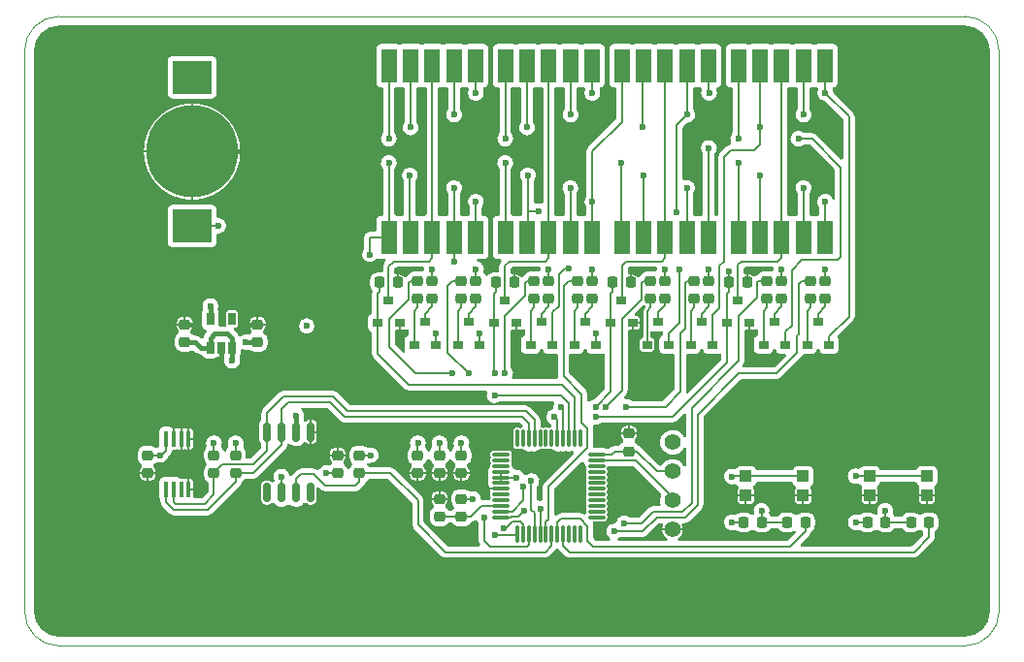
<source format=gtl>
G04 #@! TF.FileFunction,Copper,L1,Top,Signal*
%FSLAX44Y44*%
%MOMM*%
%AMCUSTOMD22*
1,1,0.45000,-0.22500,-0.25000*
20,1,0.45000,-0.22500,-0.25000,-0.22500,0.25000,0*
1,1,0.45000,-0.22500,0.25000*
20,1,0.45000,-0.22500,0.25000,0.22500,0.25000,0*
1,1,0.45000,0.22500,0.25000*
20,1,0.45000,0.22500,0.25000,0.22500,-0.25000,0*
1,1,0.45000,0.22500,-0.25000*
20,1,0.45000,0.22500,-0.25000,-0.22500,-0.25000,0*
1,1,0.45000,-0.22500,-0.25000*
21,1,0.45000,0.50000,0.00000,0.00000,0*
%
%AMCUSTOMD23*
1,1,0.45000,-0.25000,0.22500*
20,1,0.45000,-0.25000,0.22500,0.25000,0.22500,0*
1,1,0.45000,0.25000,0.22500*
20,1,0.45000,0.25000,0.22500,0.25000,-0.22500,0*
1,1,0.45000,0.25000,-0.22500*
20,1,0.45000,0.25000,-0.22500,-0.25000,-0.22500,0*
1,1,0.45000,-0.25000,-0.22500*
20,1,0.45000,-0.25000,-0.22500,-0.25000,0.22500,0*
1,1,0.45000,-0.25000,0.22500*
21,1,0.50000,0.45000,0.00000,0.00000,0*
%
%AMCUSTOMD24*
1,1,0.15000,-0.66250,-0.07500*
20,1,0.15000,-0.66250,-0.07500,-0.66250,0.07500,0*
1,1,0.15000,-0.66250,0.07500*
20,1,0.15000,-0.66250,0.07500,0.66250,0.07500,0*
1,1,0.15000,0.66250,0.07500*
20,1,0.15000,0.66250,0.07500,0.66250,-0.07500,0*
1,1,0.15000,0.66250,-0.07500*
20,1,0.15000,0.66250,-0.07500,-0.66250,-0.07500,0*
1,1,0.15000,-0.66250,-0.07500*
21,1,1.32500,0.15000,0.00000,0.00000,0*
%
%AMCUSTOMD25*
1,1,0.15000,0.07500,-0.66250*
20,1,0.15000,0.07500,-0.66250,-0.07500,-0.66250,0*
1,1,0.15000,-0.07500,-0.66250*
20,1,0.15000,-0.07500,-0.66250,-0.07500,0.66250,0*
1,1,0.15000,-0.07500,0.66250*
20,1,0.15000,-0.07500,0.66250,0.07500,0.66250,0*
1,1,0.15000,0.07500,0.66250*
20,1,0.15000,0.07500,0.66250,0.07500,-0.66250,0*
1,1,0.15000,0.07500,-0.66250*
21,1,0.15000,1.32500,0.00000,0.00000,0*
%
%AMCUSTOMD26*
1,1,0.30000,0.15000,-0.70000*
20,1,0.30000,0.15000,-0.70000,-0.15000,-0.70000,0*
1,1,0.30000,-0.15000,-0.70000*
20,1,0.30000,-0.15000,-0.70000,-0.15000,0.70000,0*
1,1,0.30000,-0.15000,0.70000*
20,1,0.30000,-0.15000,0.70000,0.15000,0.70000,0*
1,1,0.30000,0.15000,0.70000*
20,1,0.30000,0.15000,0.70000,0.15000,-0.70000,0*
1,1,0.30000,0.15000,-0.70000*
21,1,0.30000,1.40000,0.00000,0.00000,0*
%
%ADD10C,0.05000*%
%ADD11C,0.20000*%
%ADD12C,0.40000*%
%ADD13C,0.60000*%
%ADD14C,1.40000*%
%ADD15C,8.00000*%
%ADD16R,1.00000X1.00000*%
%ADD17R,0.90000X0.80000*%
%ADD18R,0.65000X1.10000*%
%ADD19R,0.40000X1.40000*%
%ADD20R,1.40000X3.00000*%
%ADD21R,3.50000X2.90000*%
%ADD22CUSTOMD22*%
%ADD23CUSTOMD23*%
%ADD24CUSTOMD24*%
%ADD25CUSTOMD25*%
%ADD26CUSTOMD26*%

%LPD*%
*G54D10*G75*G36*G01X517873Y92000D02*G02X517389Y93875I0J1000D01*G03X518630Y94750I-3389J6125D01*G02X519292Y95000I662J-750D01*G01X539000Y95000D01*G03X542536Y96464I0J5000D01*G01X553178Y107107D01*G02X553885Y107400I707J-707D01*G01X556263Y107400D01*G02X557143Y105925I0J-1000D01*G03X560378Y93851I8007J-4325D01*G02X559853Y92000I-525J-851D01*G01X517873Y92000D01*G37*G36*X323293Y262778D02*G02X323000Y263485I707J707D01*G01X323000Y275000D01*G02X324000Y276000I1000J0D01*G01X331500Y276000D01*G03X333024Y276655I0J2100D01*G02X334750Y275967I726J-688D01*G01X334750Y271820D01*G02X334050Y270866I-1000J0D01*G03X331250Y267050I1200J-3816D01*G01X331250Y259050D01*G03X331769Y257079I4000J0D01*G02X330192Y255880I-870J-492D01*G01X323293Y262778D01*G37*G36*X576980Y221551D02*G03X577000Y222000I-4980J449D01*G01X577000Y254050D01*G02X578000Y255050I1000J0D01*G01X585550Y255050D01*G03X589550Y259025I0J4000D01*G02X591550Y259025I1000J-7D01*G03X595550Y255050I4000J25D01*G01X604550Y255050D01*G03X606350Y255478I0J4000D01*G02X607800Y254585I450J-893D01*G01X607800Y250285D01*G02X607507Y249578I-1000J0D01*G01X578683Y220754D01*G02X576980Y221551I-707J707D01*G37*G36*G01X635471Y322978D02*G03X632300Y324350I-3171J-2978D01*G01X628300Y324350D01*G02X627300Y325350I0J1000D01*G01X627300Y330000D01*G02X628300Y331000I1000J0D01*G01X652463Y331000D01*G02X653455Y329875I0J-1000D01*G03X653450Y328160I6945J-875D01*G02X652147Y327090I-992J-120D01*G03X650200Y327400I-1947J-5940D01*G01X645200Y327400D01*G03X639816Y324325I0J-6250D01*G02X639104Y323845I-861J508D01*G03X636808Y322869I746J-4945D01*G02X635471Y322978I-608J793D01*G37*G36*G01X491000Y220000D02*G03X489536Y223536I-5000J0D01*G01X475293Y237778D01*G02X475000Y238485I707J707D01*G01X475000Y254050D01*G02X476000Y255050I1000J0D01*G01X483950Y255050D01*G03X487950Y259025I0J4000D01*G02X489950Y259025I1000J-7D01*G03X493950Y255050I4000J25D01*G01X502950Y255050D01*G03X504750Y255478I0J4000D01*G02X506200Y254585I450J-893D01*G01X506200Y224685D01*G02X505907Y223978I-1000J0D01*G01X498206Y216278D01*G02X497562Y215987I-707J706D01*G03X492750Y213631I438J-6987D01*G02X491000Y214292I-750J661D01*G01X491000Y220000D01*G37*G36*X626486Y243000D02*G02X625779Y244707I0J1000D01*G01X626536Y245464D01*G03X628000Y249000I-3536J3536D01*G01X628000Y275000D01*G02X629000Y276000I1000J0D01*G01X636300Y276000D01*G03X637824Y276655I0J2100D01*G02X639550Y275967I726J-688D01*G01X639550Y271820D01*G02X638850Y270866I-1000J0D01*G03X636050Y267050I1200J-3816D01*G01X636050Y259050D01*G03X640050Y255050I4000J0D01*G01X649050Y255050D01*G03X653050Y259025I0J4000D01*G02X655050Y259025I1000J-7D01*G03X659050Y255050I4000J25D01*G01X663565Y255050D01*G02X664271Y253343I0J-1000D01*G01X654222Y243293D01*G02X653515Y243000I-707J707D01*G01X626486Y243000D01*G37*G36*X432778Y322324D02*G03X429100Y324350I-3678J-2324D01*G01X425000Y324350D01*G02X424000Y325350I0J1000D01*G01X424000Y329515D01*G02X424293Y330222I1000J0D01*G01X424778Y330707D01*G02X425485Y331000I707J-707D01*G01X449263Y331000D01*G02X450255Y329875I0J-1000D01*G03X450250Y328160I6945J-875D01*G02X448947Y327090I-992J-120D01*G03X447000Y327400I-1947J-5940D01*G01X442000Y327400D01*G03X436353Y323830I0J-6250D01*G02X435900Y323366I-903J428D01*G03X434606Y322428I2250J-4466D01*G01X434330Y322151D01*G02X432778Y322324I-707J707D01*G37*G36*G01X331081Y322471D02*G03X327500Y324350I-3581J-2471D01*G01X323500Y324350D01*G02X322500Y325350I0J1000D01*G01X322500Y329015D01*G02X322793Y329722I1000J0D01*G01X323778Y330707D01*G02X324485Y331000I707J-707D01*G01X347663Y331000D01*G02X348655Y329875I0J-1000D01*G03X348650Y328160I6945J-875D01*G02X347347Y327090I-992J-120D01*G03X345400Y327400I-1947J-5940D01*G01X340400Y327400D01*G03X334829Y323983I0J-6250D01*G02X334323Y323514I-891J454D01*G03X332706Y322428I1927J-4614D01*G01X332610Y322332D01*G02X331081Y322471I-707J707D01*G37*G36*G01X534281Y322471D02*G03X530700Y324350I-3581J-2471D01*G01X526900Y324350D01*G02X525900Y325350I0J1000D01*G01X525900Y329415D01*G02X526193Y330122I1000J0D01*G01X526778Y330707D01*G02X527485Y331000I707J-707D01*G01X550890Y331000D01*G02X551879Y329850I0J-1000D01*G03X551831Y328141I6921J-1050D01*G02X550527Y327096I-996J-94D01*G03X548600Y327400I-1927J-5946D01*G01X543600Y327400D01*G03X538029Y323983I0J-6250D01*G02X537523Y323514I-891J454D01*G03X535906Y322428I1927J-4614D01*G01X535810Y322332D01*G02X534281Y322471I-707J707D01*G37*G36*G01X425928Y233000D02*G02X425063Y234500I0J1000D01*G03X424250Y242630I-6063J3500D01*G02X424000Y243292I750J662D01*G01X424000Y275000D01*G02X425000Y276000I1000J0D01*G01X433100Y276000D01*G03X434624Y276655I0J2100D01*G02X436350Y275967I726J-688D01*G01X436350Y271820D01*G02X435650Y270866I-1000J0D01*G03X432850Y267050I1200J-3816D01*G01X432850Y259050D01*G03X436850Y255050I4000J0D01*G01X445850Y255050D01*G03X449850Y259025I0J4000D01*G02X451850Y259025I1000J-7D01*G03X455850Y255050I4000J25D01*G01X464000Y255050D01*G02X465000Y254050I0J-1000D01*G01X465000Y236000D01*G03X465286Y234333I5000J0D01*G02X464343Y233000I-943J-333D01*G01X425928Y233000D01*G37*G36*X451734Y190383D02*G03X450633Y190694I-1284J-2433D01*G02X449700Y191692I67J998D01*G01X449700Y197300D01*G03X448236Y200836I-5000J0D01*G01X440536Y208536D01*G03X437000Y210000I-3536J-3536D01*G01X410057Y210000D01*G02X410050Y212000I0J1000D01*G03X414630Y213750I-50J7000D01*G02X415292Y214000I662J-750D01*G01X461072Y214000D01*G02X461937Y212500I0J-1000D01*G03X461083Y207924I6063J-3500D01*G02X460333Y206799I-988J-154D01*G03X459112Y193623I1667J-6799D01*G02X459700Y192712I-412J-911D01*G01X459700Y191692D01*G02X458767Y190694I-1000J0D01*G03X457667Y190383I183J-2744D01*G02X456734Y190383I-467J884D01*G03X455450Y190700I-1284J-2433D01*G01X453950Y190700D01*G03X452667Y190383I0J-2750D01*G02X451734Y190383I-467J884D01*G37*G36*G01X530292Y214000D02*G02X529630Y214250I0J1000D01*G03X523516Y215841I-4630J-5250D01*G02X522597Y217525I-212J977D01*G01X524536Y219464D01*G03X526000Y223000I-3536J3536D01*G01X526000Y275000D01*G02X527000Y276000I1000J0D01*G01X534700Y276000D01*G03X536800Y278100I0J2100D01*G01X536800Y286100D01*G03X534700Y288200I-2100J0D01*G01X532686Y288200D01*G02X531979Y289907I0J1000D01*G01X539735Y297663D01*G02X541043Y297755I707J-707D01*G03X541616Y297391I2558J3395D01*G02X541857Y295800I-466J-884D01*G01X540828Y294772D01*G03X539950Y292650I2122J-2122D01*G01X539950Y270050D01*G02X538950Y269050I-1000J0D01*G01X538450Y269050D01*G03X536450Y267050I0J-2000D01*G01X536450Y259050D01*G03X538450Y257050I2000J0D01*G01X547450Y257050D01*G03X549450Y259050I0J2000D01*G01X549450Y267050D01*G03X547450Y269050I-2000J0D01*G01X546950Y269050D01*G02X545950Y270050I0J1000D01*G01X545950Y274151D01*G02X547150Y275130I1000J0D01*G03X547950Y275050I800J3920D01*G01X556043Y275050D01*G02X557027Y273875I0J-1000D01*G03X556950Y273000I4923J-875D01*G01X556950Y271820D01*G02X556250Y270866I-1000J0D01*G03X553450Y267050I1200J-3816D01*G01X553450Y259050D01*G03X557450Y255050I4000J0D01*G01X566000Y255050D01*G02X567000Y254050I0J-1000D01*G01X567000Y224485D01*G02X566707Y223778I-1000J0D01*G01X557222Y214293D01*G02X556515Y214000I-707J707D01*G01X530292Y214000D01*G37*G36*X575096Y157100D02*G03X555623Y157900I-9946J-4700D01*G02X554758Y157400I-865J500D01*G01X554085Y157400D01*G02X553378Y157693I0J1000D01*G01X537486Y173586D01*G03X535617Y174765I-3536J-3536D01*G02X535067Y175237I333J942D01*G03X532159Y177980I-5517J-2937D01*G02X532011Y179713I418J908D01*G03X533900Y183300I-2461J3587D01*G01X533900Y187800D01*G03X529550Y192150I-4350J0D01*G01X524550Y192150D01*G03X520200Y187800I0J-4350D01*G01X520200Y183300D01*G03X522089Y179713I4350J0D01*G02X521941Y177980I-565J-825D01*G03X519201Y175533I2609J-5680D01*G02X518345Y175050I-856J517D01*G01X515050Y175050D01*G03X511514Y173586I0J-5000D01*G01X510422Y172493D01*G02X509715Y172200I-707J707D01*G01X507795Y172200D01*G02X507388Y172287I0J1000D01*G03X505450Y172700I-1938J-4337D01*G01X497000Y172700D01*G02X496000Y173700I0J1000D01*G01X496000Y190000D01*G03X495678Y191768I-5000J0D01*G02X496786Y193106I935J353D01*G03X502630Y194750I1214J6894D01*G02X503292Y195000I662J-750D01*G01X565000Y195000D01*G03X568536Y196464I0J5000D01*G01X575293Y203221D01*G02X577000Y202515I707J-706D01*G01X577000Y182927D01*G02X575096Y182500I-1000J0D01*G03X575096Y173101I-9946J-4700D01*G02X577000Y172673I904J-428D01*G01X577000Y157527D01*G02X575096Y157100I-1000J0D01*G37*G36*G01X462000Y136515D02*G02X462293Y137222I1000J0D01*G01X485899Y160827D01*G02X487578Y160352I707J-707D01*G03X489102Y157849I4622J1098D01*G02X489450Y157091I-652J-758D01*G01X489450Y156450D01*G03X489768Y155167I2750J0D01*G02X489768Y154234I-885J-467D01*G03X489450Y152950I2432J-1284D01*G01X489450Y151450D01*G03X489768Y150167I2750J0D01*G02X489768Y149234I-885J-467D01*G03X489450Y147950I2432J-1284D01*G01X489450Y146450D01*G03X489768Y145167I2750J0D01*G02X489768Y144234I-885J-467D01*G03X489450Y142950I2432J-1284D01*G01X489450Y141450D01*G03X489768Y140167I2750J0D01*G02X489768Y139234I-885J-467D01*G03X489450Y137950I2432J-1284D01*G01X489450Y136450D01*G03X489768Y135167I2750J0D01*G02X489768Y134234I-885J-467D01*G03X489450Y132950I2432J-1284D01*G01X489450Y131450D01*G03X489768Y130167I2750J0D01*G02X489768Y129234I-885J-467D01*G03X489450Y127950I2432J-1284D01*G01X489450Y126450D01*G03X489768Y125167I2750J0D01*G02X489768Y124234I-885J-467D01*G03X489450Y122950I2432J-1284D01*G01X489450Y121450D01*G03X489768Y120167I2750J0D01*G02X489768Y119234I-885J-467D01*G03X489450Y117950I2432J-1284D01*G01X489450Y116450D01*G03X489493Y115965I2750J0D01*G02X487906Y114990I-984J-177D01*G03X484893Y116000I-3013J-3990D01*G01X468000Y116000D01*G03X464464Y114536I0J-5000D01*G01X463707Y113779D01*G02X462000Y114486I-707J707D01*G01X462000Y136515D01*G37*G36*X669400Y375264D02*G03X667400Y375800I-2000J-3464D01*G01X666400Y375800D01*G02X665400Y376800I0J1000D01*G01X665400Y486800D01*G02X666400Y487800I1000J0D01*G01X667400Y487800D01*G03X669400Y488336I0J4000D01*G02X670400Y488336I500J-866D01*G03X672400Y487800I2000J3464D01*G01X673400Y487800D01*G02X674400Y486800I0J-1000D01*G01X674400Y469292D01*G02X674150Y468630I-1000J0D01*G03X684650Y468630I5250J-4630D01*G02X684400Y469292I750J662D01*G01X684400Y486800D01*G02X685400Y487800I1000J0D01*G01X686400Y487800D01*G03X688400Y488336I0J4000D01*G02X689400Y488336I500J-866D01*G03X691368Y487800I2000J3464D01*G02X692240Y486325I-8J-1000D01*G03X697962Y476013I6160J-3325D01*G02X698606Y475723I-63J-997D01*G01X713707Y460622D01*G02X714000Y459915I-707J-707D01*G01X714000Y425486D01*G02X712293Y424779I-1000J0D01*G01X690536Y446536D01*G03X687000Y448000I-3536J-3536D01*G01X680292Y448000D01*G02X679630Y448250I0J1000D01*G03X679630Y437750I-4630J-5250D01*G02X680292Y438000I662J-750D01*G01X684515Y438000D01*G02X685222Y437707I0J-1000D01*G01X706707Y416222D01*G02X707000Y415515I-707J-707D01*G01X707000Y390499D01*G02X705050Y390186I-1000J0D01*G03X693150Y383370I-6650J-2186D01*G02X693400Y382709I-750J-661D01*G01X693400Y376800D01*G02X692400Y375800I-1000J0D01*G01X691400Y375800D01*G03X689400Y375264I0J-4000D01*G02X688400Y375264I-500J866D01*G03X686400Y375800I-2000J-3464D01*G01X685400Y375800D01*G02X684400Y376800I0J1000D01*G01X684400Y394709D01*G02X684650Y395370I1000J0D01*G03X674150Y395370I-5250J4630D01*G02X674400Y394709I-750J-661D01*G01X674400Y376800D01*G02X673400Y375800I-1000J0D01*G01X672400Y375800D01*G03X670400Y375264I0J-4000D01*G02X669400Y375264I-500J866D01*G37*G36*G01X498485Y92000D02*G02X497778Y92293I0J1000D01*G01X496293Y93778D01*G02X496000Y94485I707J707D01*G01X496000Y104893D01*G03X495419Y107232I-5000J0D01*G02X496303Y108700I884J468D01*G01X505450Y108700D01*G03X508200Y111450I0J2750D01*G01X508200Y112950D01*G03X507883Y114234I-2750J0D01*G02X507883Y115167I884J466D01*G03X508200Y116450I-2433J1283D01*G01X508200Y117950D01*G03X507883Y119234I-2750J0D01*G02X507883Y120167I884J466D01*G03X508200Y121450I-2433J1283D01*G01X508200Y122950D01*G03X507883Y124234I-2750J0D01*G02X507883Y125167I884J466D01*G03X508200Y126450I-2433J1283D01*G01X508200Y127950D01*G03X507883Y129234I-2750J0D01*G02X507883Y130167I884J466D01*G03X508200Y131450I-2433J1283D01*G01X508200Y132950D01*G03X507883Y134234I-2750J0D01*G02X507883Y135167I884J466D01*G03X508200Y136450I-2433J1283D01*G01X508200Y137950D01*G03X507883Y139234I-2750J0D01*G02X507883Y140167I884J466D01*G03X508200Y141450I-2433J1283D01*G01X508200Y142950D01*G03X507883Y144234I-2750J0D01*G02X507883Y145167I884J466D01*G03X508200Y146450I-2433J1283D01*G01X508200Y147950D01*G03X507883Y149234I-2750J0D01*G02X507883Y150167I884J466D01*G03X508200Y151450I-2433J1283D01*G01X508200Y152950D01*G03X507883Y154234I-2750J0D01*G02X507883Y155167I884J466D01*G03X508194Y156267I-2433J1283D01*G02X509192Y157200I998J-67D01*G01X530315Y157200D01*G02X531022Y156907I0J-1000D01*G01X555035Y132893D01*G02X555230Y131754I-707J-707D01*G03X554779Y123333I9920J-4754D01*G02X553836Y122000I-943J-333D01*G01X548000Y122000D01*G03X544464Y120536I0J-5000D01*G01X536222Y112293D01*G02X535515Y112000I-707J707D01*G01X528292Y112000D01*G02X527630Y112250I0J1000D01*G03X516047Y107814I-4630J-5250D01*G02X514923Y106939I-993J116D01*G03X510611Y93875I-923J-6939D01*G02X510127Y92000I-484J-875D01*G01X498485Y92000D01*G37*G36*X148200Y129000D02*G02X147200Y130000I0J1000D01*G01X147200Y140655D01*X160100Y140655D01*X160100Y134585D01*G02X159807Y133878I-1000J0D01*G01X155222Y129293D01*G02X154515Y129000I-707J707D01*G01X148200Y129000D01*G37*G36*X447000Y138709D02*G02X447250Y139370I1000J0D01*G03X448150Y140655I-5248J4633D01*G01X452281Y140655D01*G03X452000Y139000I4719J-1653D01*G01X452000Y127894D01*G02X450838Y126907I-1000J0D01*G03X448213Y126841I-1140J-6907D01*G02X447000Y127817I-213J976D01*G01X447000Y138709D01*G37*G36*X369485Y87000D02*G02X368778Y87293I0J1000D01*G01X348293Y107778D01*G02X348000Y108485I707J707D01*G01X348000Y127000D01*G03X346536Y130536I-5000J1D01*G01X336417Y140655D01*X404267Y140655D01*G03X405769Y137922I4683J795D01*G02X406100Y137179I-669J-743D01*G01X406100Y136450D01*G03X406454Y135074I2850J0D01*G02X406477Y134154I-876J-482D01*G03X406200Y132950I2473J-1203D01*G01X406200Y131450D01*G03X406518Y130167I2750J1D01*G02X406518Y129234I-885J-466D01*G03X406206Y128133I2432J-1284D01*G02X405208Y127200I-998J67D01*G01X398998Y127200D01*G02X397998Y128225I0J1000D01*G03X388744Y135027I-6998J175D01*G02X387743Y135239I-323J946D01*G03X383500Y136900I-4243J-4589D01*G01X378500Y136900D01*G03X372250Y130650I0J-6250D01*G01X372250Y126150D01*G03X374428Y121408I6250J0D01*G02X374428Y119892I-652J-758D01*G03X373151Y118383I4073J-4741D01*G02X372295Y117900I-856J517D01*G01X370655Y117900D01*G02X369799Y118383I0J1000D01*G03X367059Y120830I-5349J-3232D01*G02X366911Y122563I418J909D01*G03X368800Y126150I-2461J3587D01*G01X368800Y130650D01*G03X364450Y135000I-4350J0D01*G01X359450Y135000D01*G03X355100Y130650I0J-4350D01*G01X355100Y126150D01*G03X356989Y122563I4350J0D01*G02X356841Y120830I-565J-825D01*G03X353200Y115150I2609J-5680D01*G01X353200Y110650D01*G03X359450Y104400I6250J0D01*G01X364450Y104400D01*G03X369799Y107417I0J6250D01*G02X370655Y107900I856J-517D01*G01X372295Y107900D01*G02X373151Y107417I0J-1000D01*G03X378500Y104400I5349J3233D01*G01X383500Y104400D01*G03X388884Y107475I0J6250D01*G02X389596Y107956I861J-508D01*G03X392386Y109364I-745J4945D01*G01X392835Y109813D01*G02X394474Y109468I707J-707D01*G03X395750Y107370I6526J2532D01*G02X396000Y106709I-750J-661D01*G01X396000Y92000D01*G03X397273Y88667I5000J0D01*G02X396528Y87000I-745J-667D01*G01X369485Y87000D01*G37*G36*X30000Y8000D02*G02X8000Y30000I0J22000D01*G01X8000Y140655D01*X117600Y140655D01*X117600Y129750D01*G03X118400Y127350I4000J0D01*G02X118600Y126750I-800J-600D01*G01X118600Y125400D01*G03X120064Y121864I5000J-1D01*G01X126464Y115464D01*G03X130000Y114000I3535J3536D01*G01X159750Y114000D01*G03X163286Y115464I1J5000D01*G01X187686Y139864D01*G03X188330Y140655I-3536J3536D01*G01X206500Y140655D01*X206500Y127050D01*G03X210000Y123550I3500J0D01*G01X213000Y123550D01*G03X215891Y125076I1J3500D01*G02X217636Y124902I825J-564D01*G03X222700Y121550I5064J2148D01*G01X225700Y121550D01*G03X229804Y123388I0J5500D01*G02X231296Y123388I746J-666D01*G03X235400Y121550I4104J3662D01*G01X238400Y121550D01*G03X243464Y124902I1J5500D01*G02X245210Y125076I921J-390D01*G03X248100Y123550I2890J1974D01*G01X251100Y123550D01*G03X254600Y127050I0J3500D01*G01X254600Y137915D01*G02X256307Y138621I1000J0D01*G01X258464Y136464D01*G03X262000Y135000I3535J3536D01*G01X288700Y135000D01*G03X292236Y136464I1J5000D01*G01X295636Y139864D01*G03X296280Y140655I-3536J3536D01*G01X322273Y140655D01*X337707Y125222D01*G02X338000Y124515I-707J-707D01*G01X338000Y106000D01*G03X339464Y102464I5000J-1D01*G01X363464Y78464D01*G03X367000Y77000I3535J3536D01*G01X454100Y77000D01*G03X457636Y78464I1J5000D01*G01X463236Y84064D01*G03X463867Y84836I-3537J3535D01*G02X465533Y84836I833J-553D01*G03X466164Y84064I4168J2763D01*G01X471764Y78464D01*G03X475300Y77000I3535J3536D01*G01X776000Y77000D01*G03X779536Y78464I1J5000D01*G01X792336Y91264D01*G03X793800Y94800I-3536J3535D01*G01X793800Y99245D01*G02X794283Y100101I1000J0D01*G03X797300Y105450I-3233J5349D01*G01X797300Y110450D01*G03X791050Y116700I-6250J0D01*G01X786550Y116700D01*G03X781808Y114522I0J-6250D01*G02X780292Y114522I-758J652D01*G03X775550Y116700I-4741J-4072D01*G01X771050Y116700D01*G03X765576Y113468I-1J-6250D01*G02X764701Y112950I-876J482D01*G01X759299Y112950D01*G02X758424Y113468I1J1000D01*G03X757529Y114705I-5474J-3018D01*G02X757316Y115712I732J681D01*G03X744084Y115712I-6616J2288D01*G02X743872Y114705I-945J-327D01*G03X743708Y114522I4572J-4262D01*G02X742192Y114522I-758J652D01*G03X737450Y116700I-4741J-4072D01*G01X732950Y116700D01*G03X728443Y114780I0J-6250D01*G02X727382Y114533I-721J693D01*G03X727382Y101367I-2382J-6583D01*G02X728443Y101120I340J-940D01*G03X732950Y99200I4507J4330D01*G01X737450Y99200D01*G03X742192Y101378I1J6250D01*G02X743708Y101378I758J-652D01*G03X748450Y99200I4742J4072D01*G01X752950Y99200D01*G03X758424Y102433I0J6250D01*G02X759299Y102950I875J-483D01*G01X764701Y102950D01*G02X765576Y102433I0J-1000D01*G03X771050Y99200I5474J3017D01*G01X775550Y99200D01*G03X780292Y101378I1J6250D01*G02X781808Y101378I758J-652D01*G03X783317Y100101I4741J4073D01*G02X783800Y99245I-517J-856D01*G01X783800Y97285D01*G02X783507Y96578I-1000J0D01*G01X774222Y87293D01*G02X773515Y87000I-707J707D01*G01X677236Y87000D01*G02X676529Y88707I0J1000D01*G01X684386Y96564D01*G03X685795Y99354I-3536J3536D01*G02X686275Y100066I988J-148D01*G03X689350Y105450I-3175J5384D01*G01X689350Y110450D01*G03X683100Y116700I-6250J0D01*G01X678600Y116700D01*G03X673858Y114522I0J-6250D01*G02X672342Y114522I-758J652D01*G03X667600Y116700I-4741J-4072D01*G01X663100Y116700D01*G03X657626Y113468I-1J-6250D01*G02X656751Y112950I-876J482D01*G01X651349Y112950D01*G02X650474Y113468I1J1000D01*G03X649579Y114705I-5474J-3018D01*G02X649366Y115712I732J681D01*G03X636134Y115712I-6616J2288D01*G02X635922Y114705I-945J-327D01*G03X635758Y114522I4572J-4262D01*G02X634242Y114522I-758J652D01*G03X629500Y116700I-4741J-4072D01*G01X625000Y116700D01*G03X620482Y114769I0J-6250D01*G02X619414Y114521I-723J690D01*G03X619414Y101379I-2414J-6571D01*G02X620482Y101131I345J-938D01*G03X625000Y99200I4518J4319D01*G01X629500Y99200D01*G03X634242Y101378I1J6250D01*G02X635758Y101378I758J-652D01*G03X640500Y99200I4742J4072D01*G01X645000Y99200D01*G03X650474Y102433I0J6250D01*G02X651349Y102950I875J-483D01*G01X656751Y102950D01*G02X657626Y102433I0J-1000D01*G03X663100Y99200I5474J3017D01*G01X667600Y99200D01*G03X671236Y100366I1J6250D01*G02X672524Y98846I581J-813D01*G01X665972Y92293D01*G02X665265Y92000I-707J707D01*G01X570447Y92000D01*G02X569922Y93851I0J1000D01*G03X573157Y105925I-4772J7749D01*G02X574037Y107400I880J475D01*G01X576400Y107400D01*G03X579936Y108864I1J5000D01*G01X590536Y119464D01*G03X592000Y123000I-3536J3535D01*G01X592000Y140655D01*X620964Y140655D01*G03X622481Y139520I3087J2544D01*G02X622721Y137827I-392J-919D01*G03X621950Y136200I1329J-1626D01*G01X621950Y126200D01*G03X624050Y124100I2100J0D01*G01X634050Y124100D01*G03X636150Y126200I0J2100D01*G01X636150Y136200D01*G03X635379Y137827I-2100J1D01*G02X635619Y139520I633J774D01*G03X637137Y140655I-1568J3680D01*G01X670964Y140655D01*G03X672481Y139520I3087J2544D01*G02X672721Y137827I-392J-919D01*G03X671950Y136200I1329J-1626D01*G01X671950Y126200D01*G03X674050Y124100I2100J0D01*G01X684050Y124100D01*G03X686150Y126200I0J2100D01*G01X686150Y136200D01*G03X685379Y137827I-2100J1D01*G02X685619Y139520I633J774D01*G03X687137Y140655I-1568J3680D01*G01X728914Y140655D01*G03X730431Y139520I3087J2544D01*G02X730671Y137827I-392J-919D01*G03X729900Y136200I1329J-1626D01*G01X729900Y126200D01*G03X732000Y124100I2100J0D01*G01X742000Y124100D01*G03X744100Y126200I0J2100D01*G01X744100Y136200D01*G03X743329Y137827I-2100J1D01*G02X743569Y139520I633J774D01*G03X745087Y140655I-1568J3680D01*G01X778914Y140655D01*G03X780431Y139520I3087J2544D01*G02X780671Y137827I-392J-919D01*G03X779900Y136200I1329J-1626D01*G01X779900Y126200D01*G03X782000Y124100I2100J0D01*G01X792000Y124100D01*G03X794100Y126200I0J2100D01*G01X794100Y136200D01*G03X793329Y137827I-2100J1D01*G02X793569Y139520I633J774D01*G03X795087Y140655I-1568J3680D01*G01X842000Y140655D01*X842000Y30000D01*G02X820000Y8000I-22000J0D01*G01X30000Y8000D01*G37*G36*X193900Y163600D02*G02X192982Y164205I1J1000D01*G01X198133Y164205D01*X197822Y163893D01*G02X197115Y163600I-707J707D01*G01X193900Y163600D01*G37*G36*X281606Y154795D02*G03X278159Y158930I-6056J-1544D01*G02X278011Y160663I418J909D01*G03X279900Y164205I-2461J3587D01*G01X283350Y164205D01*G03X285528Y159508I6250J45D01*G02X285528Y157992I-652J-758D01*G03X283544Y154795I4072J-4741D01*G02X281606Y154795I-969J248D01*G37*G36*G01X745078Y140645D02*G03X745920Y142400I-3077J2556D01*G02X746899Y143200I980J-200D01*G01X777101Y143200D01*G02X778080Y142400I0J-1000D01*G03X778922Y140645I3920J801D01*G01X745078Y140645D01*G37*G36*X637128Y140645D02*G03X637970Y142400I-3077J2556D01*G02X638949Y143200I980J-200D01*G01X669151Y143200D01*G02X670130Y142400I0J-1000D01*G03X670972Y140645I3920J801D01*G01X637128Y140645D01*G37*G36*X592000Y140645D02*X592000Y164205D01*X842000Y164205D01*X842000Y140645D01*X795078Y140645D01*G03X796000Y143200I-3078J2555D01*G01X796000Y153200D01*G03X792000Y157200I-4000J0D01*G01X782000Y157200D01*G03X778080Y154000I0J-4000D01*G02X777101Y153200I-979J200D01*G01X746899Y153200D01*G02X745920Y154000I1J1000D01*G03X742000Y157200I-3919J-800D01*G01X732000Y157200D01*G03X728552Y155228I0J-4000D01*G02X727354Y154793I-862J506D01*G03X727354Y141607I-2354J-6593D01*G02X728552Y141172I336J-941D01*G03X728922Y140645I3448J2028D01*G01X687128Y140645D01*G03X688050Y143200I-3078J2555D01*G01X688050Y153200D01*G03X684050Y157200I-4000J0D01*G01X674050Y157200D01*G03X670130Y154000I0J-4000D01*G02X669151Y153200I-979J200D01*G01X638949Y153200D01*G02X637970Y154000I1J1000D01*G03X634050Y157200I-3919J-800D01*G01X624050Y157200D01*G03X620520Y155082I0J-4000D01*G02X619308Y154609I-882J471D01*G03X619477Y141452I-2308J-6609D01*G02X620674Y141054I354J-935D01*G03X620972Y140645I3376J2146D01*G01X592000Y140645D01*G37*G36*X448144Y140645D02*G03X437229Y149122I-6144J3355D01*G02X435604Y149522I-682J732D01*G03X427728Y154084I-6604J-2322D01*G02X426617Y154699I-182J983D01*G03X425298Y156551I-4416J-1750D01*G02X424950Y157309I652J758D01*G01X424950Y157950D01*G03X424633Y159234I-2750J2D01*G02X424633Y160167I884J467D01*G03X424950Y161450I-2433J1282D01*G01X424950Y162950D01*G03X424647Y164205I-2750J0D01*G01X475133Y164205D01*X453464Y142536D01*G03X452278Y140645I3536J-3535D01*G01X448144Y140645D01*G37*G36*X336427Y140645D02*X322536Y154536D01*G03X319000Y156000I-3535J-3536D01*G01X300805Y156000D01*G02X299949Y156483I0J1000D01*G03X298672Y157992I-5350J-3232D01*G02X298672Y159508I652J758D01*G03X298820Y159640I-4086J4730D01*G02X299808Y159852I675J-738D01*G03X308614Y164205I2193J6648D01*G01X334150Y164205D01*G03X337791Y158570I6250J45D01*G02X337939Y156837I-417J-908D01*G03X336050Y153250I2461J-3587D01*G01X336050Y148750D01*G03X340400Y144400I4350J0D01*G01X345400Y144400D01*G03X349750Y148750I0J4350D01*G01X349750Y153250D01*G03X347861Y156837I-4350J0D01*G02X348009Y158570I566J825D01*G03X351456Y162705I-2609J5680D01*G02X353394Y162705I969J-248D01*G03X356841Y158570I6057J1545D01*G02X356989Y156837I-417J-908D01*G03X355100Y153250I2461J-3587D01*G01X355100Y148750D01*G03X359450Y144400I4350J0D01*G01X364450Y144400D01*G03X368800Y148750I0J4350D01*G01X368800Y153250D01*G03X366911Y156837I-4350J0D01*G02X367059Y158570I566J825D01*G03X370506Y162705I-2609J5680D01*G02X372444Y162705I969J-248D01*G03X375891Y158570I6057J1545D01*G02X376039Y156837I-417J-908D01*G03X374150Y153250I2461J-3587D01*G01X374150Y148750D01*G03X378500Y144400I4350J0D01*G01X383500Y144400D01*G03X387850Y148750I0J4350D01*G01X387850Y153250D01*G03X385961Y156837I-4350J0D01*G02X386109Y158570I566J825D01*G03X389750Y164205I-2609J5680D01*G01X406503Y164205D01*G03X406200Y162950I2447J-1255D01*G01X406200Y161450D01*G03X406518Y160167I2750J1D01*G02X406518Y159234I-885J-466D01*G03X406200Y157950I2432J-1284D01*G01X406200Y157309D01*G02X405852Y156551I-1000J0D01*G03X404200Y152950I3098J-3601D01*G01X404200Y151450D01*G03X404425Y150004I4750J-1D01*G02X404425Y149396I-952J-304D01*G03X404200Y147950I4525J-1445D01*G01X404200Y146450D01*G03X404425Y145004I4750J-1D01*G02X404425Y144396I-952J-304D01*G03X404200Y142950I4525J-1445D01*G01X404200Y141450D01*G03X404268Y140645I4750J-4D01*G01X336427Y140645D01*G37*G36*X296273Y140645D02*G03X297023Y142525I-4173J2755D01*G02X297538Y143233I984J-175D01*G03X299949Y145517I-2938J5517D01*G02X300805Y146000I856J-517D01*G01X316515Y146000D01*G02X317222Y145707I0J-1000D01*G01X322283Y140645D01*X296273Y140645D01*G37*G36*X188323Y140645D02*G03X189073Y142525I-4173J2755D01*G02X189588Y143233I984J-175D01*G03X191999Y145517I-2938J5517D01*G02X192855Y146000I856J-517D01*G01X199750Y146000D01*G03X203286Y147464I1J5000D01*G01X220027Y164205D01*X266200Y164205D01*G03X268089Y160663I4350J45D01*G02X267941Y158930I-565J-825D01*G03X266295Y157829I2608J-5680D01*G02X265288Y157616I-681J732D01*G03X256748Y154149I-2288J-6616D01*G02X255213Y153832I-893J449D01*G03X252000Y155000I-3212J-3832D01*G01X241250Y155000D01*G03X237714Y153536I-1J-5000D01*G01X233364Y149186D01*G03X232762Y148458I3536J-3536D01*G02X230943Y148892I-827J561D01*G03X217863Y144631I-6943J-892D01*G02X217866Y143674I-876J-481D01*G03X217636Y143198I4832J-2628D01*G02X215891Y143024I-920J390D01*G03X213000Y144550I-2890J-1974D01*G01X210000Y144550D01*G03X206500Y141050I0J-3500D01*G01X206500Y140645D01*X188323Y140645D01*G37*G36*X8000Y140645D02*X8000Y164205D01*X98600Y164205D01*G03X102241Y158570I6250J45D01*G02X102389Y156837I-417J-908D01*G03X100500Y153250I2461J-3587D01*G01X100500Y148750D01*G03X104850Y144400I4350J0D01*G01X109850Y144400D01*G03X114200Y148750I0J4350D01*G01X114200Y153250D01*G03X112311Y156837I-4350J0D01*G02X112459Y158570I566J825D01*G03X114251Y159812I-2610J5679D01*G02X115336Y160027I705J-710D01*G03X124614Y164205I2665J6473D01*G01X156350Y164205D01*G03X158528Y159508I6250J45D01*G02X158528Y157992I-652J-758D01*G03X156350Y153250I4072J-4741D01*G01X156350Y148750D01*G03X159583Y143276I6250J0D01*G02X160100Y142401I-483J-875D01*G01X160100Y140645D01*X147200Y140645D01*X147200Y143750D01*G03X145100Y145850I-2100J0D01*G01X141100Y145850D01*G03X140170Y145634I-2J-2100D01*G02X139352Y145604I-442J896D01*G03X138600Y145750I-750J-1854D01*G01X136100Y145750D01*G02X135300Y146150I0J1000D01*G03X132100Y147750I-3200J-2400D01*G01X128100Y147750D01*G03X127100Y147623I0J-4000D01*G02X126600Y147623I-250J968D01*G03X125600Y147750I-1000J-3873D01*G01X121600Y147750D01*G03X117600Y143750I0J-4000D01*G01X117600Y140645D01*X8000Y140645D01*G37*G36*X170200Y279000D02*G02X169397Y279405I1J1000D01*G01X175504Y279405D01*G02X174700Y279000I-804J595D01*G01X170200Y279000D01*G37*G36*X186658Y270902D02*G03X185193Y273293I-5707J-1853D01*G01X182143Y276343D01*G02X182850Y278050I707J707D01*G01X184200Y278050D01*G03X186094Y279405I1J2000D01*G01X196350Y279405D01*X196350Y278550D01*G03X198239Y274963I4350J0D01*G02X198091Y273230I-565J-825D01*G03X196410Y272095I2611J-5679D01*G02X195383Y271882I-686J727D01*G03X188282Y270472I-2383J-6582D01*G02X186658Y270902I-673J738D01*G37*G36*G01X152943Y269543D02*G03X148700Y271300I-4242J-4243D01*G01X147677Y271300D01*G02X146922Y271645I1J1000D01*G03X144809Y273230I-4722J-4095D01*G02X144661Y274963I418J909D01*G03X146550Y278550I-2461J3587D01*G01X146550Y279405D01*X154752Y279405D01*G03X158282Y276072I3948J645D01*G02X158885Y274370I-104J-995D01*G01X157757Y273243D01*G03X156011Y269366I4243J-4242D01*G02X155750Y268752I-998J62D01*G03X155552Y268518I2953J-2699D01*G02X154058Y268428I-787J617D01*G01X152943Y269543D01*G37*G36*X592000Y164195D02*X592000Y199515D01*G02X592293Y200222I1000J0D01*G01X624778Y232707D01*G02X625485Y233000I707J-707D01*G01X656000Y233000D01*G03X659536Y234464I1J5000D01*G01X677536Y252464D01*G03X678729Y254375I-3536J3536D01*G02X679674Y255050I946J-325D01*G01X687150Y255050D01*G03X691150Y259025I0J4000D01*G02X693150Y259025I1000J-7D01*G03X697150Y255050I4000J25D01*G01X706150Y255050D01*G03X710150Y259050I0J4000D01*G01X710150Y267050D01*G03X709311Y269502I-4000J1D01*G02X709394Y270822I790J613D01*G01X717977Y279405D01*X842000Y279405D01*X842000Y164195D01*X592000Y164195D01*G37*G36*X220017Y164195D02*X227736Y171914D01*G03X229200Y175374I-3536J3536D01*G02X229507Y176080I999J-15D01*G03X229804Y176388I-3807J3970D01*G02X231296Y176388I746J-666D01*G03X235400Y174550I4104J3662D01*G01X238400Y174550D01*G03X243424Y177811I0J5500D01*G02X245155Y177979I913J-407D01*G03X248100Y176450I2945J2071D01*G01X251100Y176450D01*G03X254700Y180050I0J3600D01*G01X254700Y194050D01*G03X251100Y197650I-3600J0D01*G01X248100Y197650D01*G03X245155Y196121I0J-3600D01*G02X243424Y196289I-818J575D01*G03X243147Y196828I-5023J-2241D01*G02X243122Y197791I863J504D01*G03X241531Y206250I-6222J3209D01*G02X242192Y208000I661J750D01*G01X263515Y208000D01*G02X264222Y207707I0J-1000D01*G01X275464Y196464D01*G03X279000Y195000I3535J3536D01*G01X431515Y195000D01*G02X432222Y194707I0J-1000D01*G01X434407Y192522D01*G02X434700Y191815I-707J-707D01*G01X434700Y191692D01*G02X433767Y190694I-1000J0D01*G03X432667Y190383I182J-2744D01*G02X431734Y190383I-466J884D01*G03X430450Y190700I-1282J-2433D01*G01X428950Y190700D01*G03X426200Y187950I0J-2750D01*G01X426200Y174700D01*G03X428950Y171950I2750J0D01*G01X430450Y171950D01*G03X431734Y172268I0J2750D01*G02X432667Y172268I467J-885D01*G03X433950Y171950I1284J2432D01*G01X434591Y171950D01*G02X435349Y171602I0J-1000D01*G03X438950Y169950I3601J3098D01*G01X440450Y169950D01*G03X441896Y170175I1J4750D01*G02X442504Y170175I304J-952D01*G03X443950Y169950I1445J4525D01*G01X445450Y169950D01*G03X449051Y171602I0J4750D01*G02X449809Y171950I758J-652D01*G01X450450Y171950D01*G03X451734Y172268I0J2750D01*G02X452667Y172268I467J-885D01*G03X453950Y171950I1284J2432D01*G01X455450Y171950D01*G03X456734Y172268I0J2750D01*G02X457667Y172268I467J-885D01*G03X458950Y171950I1284J2432D01*G01X459591Y171950D01*G02X460349Y171602I0J-1000D01*G03X463950Y169950I3601J3098D01*G01X465450Y169950D01*G03X466896Y170175I1J4750D01*G02X467504Y170175I304J-952D01*G03X468950Y169950I1445J4525D01*G01X470450Y169950D01*G03X471896Y170175I1J4750D01*G02X472504Y170175I304J-952D01*G03X473950Y169950I1445J4525D01*G01X475450Y169950D01*G03X476896Y170175I1J4750D01*G02X477504Y170175I304J-952D01*G03X478565Y169965I1447J4525D01*G02X479190Y168262I-81J-996D01*G01X475123Y164195D01*X424653Y164195D01*G03X424633Y164234I-2458J-1236D01*G02X424633Y165167I884J467D01*G03X424950Y166450I-2433J1282D01*G01X424950Y167950D01*G03X422200Y170700I-2750J0D01*G01X408950Y170700D01*G03X406200Y167950I0J-2750D01*G01X406200Y166450D01*G03X406518Y165167I2750J1D01*G02X406518Y164234I-885J-466D01*G03X406498Y164195I2437J-1274D01*G01X389750Y164195D01*X389750Y164250D01*X389750Y168750D01*G03X387758Y173326I-6250J1D01*G02X387510Y174425I681J731D01*G03X374490Y174425I-6510J2575D01*G02X374242Y173326I-929J-368D01*G03X372444Y170295I4259J-4575D01*G02X370506Y170295I-969J248D01*G03X368740Y173296I-6057J-1544D01*G02X368498Y174395I686J727D01*G03X355479Y174455I-6498J2605D01*G02X355223Y173355I-932J-363D01*G03X353394Y170295I4228J-4604D01*G02X351456Y170295I-969J248D01*G03X349721Y173267I-6057J-1543D01*G02X349486Y174365I691J722D01*G03X336467Y174484I-6486J2635D01*G02X336205Y173384I-933J-359D01*G03X334150Y168750I4195J-4633D01*G01X334150Y164250D01*X334150Y164195D01*X308610Y164195D01*G03X299808Y173149I-6610J2305D01*G02X298820Y173361I-313J949D01*G03X294600Y175000I-4219J-4611D01*G01X289600Y175000D01*G03X283350Y168750I0J-6250D01*G01X283350Y164250D01*X283350Y164195D01*X279900Y164195D01*G03X279900Y164250I-4350J28D01*G01X279900Y168750D01*G03X275550Y173100I-4350J0D01*G01X270550Y173100D01*G03X266200Y168750I0J-4350D01*G01X266200Y164250D01*G03X266200Y164195I4350J-27D01*G01X220017Y164195D01*G37*G36*X8000Y164195D02*X8000Y279405D01*X132850Y279405D01*X132850Y278550D01*G03X134739Y274963I4350J0D01*G02X134591Y273230I-565J-825D01*G03X130950Y267550I2609J-5680D01*G01X130950Y263050D01*G03X137200Y256800I6250J0D01*G01X142200Y256800D01*G03X146096Y258163I0J6250D01*G02X147426Y258088I623J-782D01*G01X149207Y256307D01*G03X153450Y254550I4242J4243D01*G01X153930Y254550D01*G02X154884Y253850I0J-1000D01*G03X158700Y251050I3816J1200D01*G01X165200Y251050D01*G03X168339Y252570I1J4000D01*G02X169123Y252950I785J-620D01*G01X173564Y252950D01*G02X174493Y251581I0J-1000D01*G03X187408Y251819I6507J-2581D01*G02X187499Y252787I915J402D01*G03X188200Y255050I-3299J2262D01*G01X188200Y258260D01*G02X189675Y259140I1000J0D01*G03X195383Y258718I3325J6160D01*G02X196410Y258505I341J-940D01*G03X200700Y256800I4290J4545D01*G01X205700Y256800D01*G03X211950Y263050I0J6250D01*G01X211950Y267550D01*G03X208309Y273230I-6250J0D01*G02X208161Y274963I418J909D01*G03X210050Y278550I-2461J3587D01*G01X210050Y279405D01*X239000Y279405D01*G03X253000Y279405I7000J-5D01*G01X299500Y279405D01*X299500Y278100D01*G03X302300Y274284I4000J0D01*G02X303000Y273330I-300J-954D01*G01X303000Y255000D01*G03X304464Y251464I5000J-1D01*G01X331464Y224464D01*G03X335000Y223000I3535J3536D01*G01X402584Y223000D01*G02X403511Y221625I0J-1000D01*G03X409951Y212000I6489J-2625D01*G02X409943Y210000I-8J-1000D01*G01X284485Y210000D01*G02X283778Y210293I0J1000D01*G01X272536Y221536D01*G03X269000Y223000I-3535J-3536D01*G01X226000Y223000D01*G03X222464Y221536I-1J-5000D01*G01X207964Y207036D01*G03X206500Y203500I3536J-3535D01*G01X206500Y198741D01*G02X206192Y198019I-1000J0D01*G03X204500Y194050I3808J-3969D01*G01X204500Y180050D01*G03X206192Y176081I5500J0D01*G02X206500Y175360I-692J-722D01*G01X206500Y172985D01*G02X206207Y172278I-1000J0D01*G01X198123Y164195D01*X192986Y164195D01*G02X192900Y164600I914J406D01*G01X192900Y168750D01*G03X190908Y173326I-6250J1D01*G02X190660Y174425I681J731D01*G03X177640Y174425I-6510J2575D01*G02X177392Y173326I-929J-368D01*G03X175594Y170295I4259J-4575D01*G02X173656Y170295I-969J248D01*G03X171858Y173326I-6057J-1544D01*G02X171610Y174425I681J731D01*G03X158590Y174425I-6510J2575D01*G02X158342Y173326I-929J-368D01*G03X156350Y168750I4258J-4575D01*G01X156350Y164250D01*X156350Y164195D01*X124610Y164195D01*G03X124715Y164521I-6609J2309D01*G02X124967Y164945I959J-283D01*G01X127136Y167114D01*G03X128600Y170650I-3536J3535D01*G02X129600Y171650I1000J0D01*G01X132100Y171650D01*G03X132947Y171828I1J2100D01*G02X133753Y171828I403J-915D01*G03X134600Y171650I846J1922D01*G01X138600Y171650D01*G03X139447Y171828I1J2100D01*G02X140253Y171828I403J-915D01*G03X141100Y171650I846J1922D01*G01X145100Y171650D01*G03X147200Y173750I0J2100D01*G01X147200Y187750D01*G03X145100Y189850I-2100J0D01*G01X141100Y189850D01*G03X140253Y189672I-1J-2100D01*G02X139447Y189672I-403J915D01*G03X138600Y189850I-846J-1922D01*G01X134600Y189850D01*G03X133753Y189672I-1J-2100D01*G02X132947Y189672I-403J915D01*G03X132100Y189850I-846J-1922D01*G01X129523Y189850D01*G02X128739Y190230I1J1000D01*G03X125600Y191750I-3138J-2480D01*G01X121600Y191750D01*G03X117600Y187750I0J-4000D01*G01X117600Y174377D01*G02X116775Y173392I-1000J0D01*G03X115336Y172974I1222J-6893D01*G02X114251Y173188I-381J924D01*G03X109850Y175000I-4401J-4438D01*G01X104850Y175000D01*G03X98600Y168750I0J-6250D01*G01X98600Y164250D01*X98600Y164195D01*X8000Y164195D01*G37*G36*X402010Y323454D02*G03X400553Y325635I-5810J-2304D01*G02X400306Y326684I696J718D01*G03X395256Y335825I-6606J2316D01*G02X395479Y337800I223J975D01*G01X400600Y337800D01*G03X404600Y341800I0J4000D01*G01X404600Y366805D01*X408200Y366805D01*X408200Y341800D01*G03X412200Y337800I4000J0D01*G01X415315Y337800D01*G02X416021Y336093I0J-1000D01*G01X415464Y335536D01*G03X414000Y332000I3536J-3535D01*G01X414000Y327250D01*G02X413000Y326250I-1000J0D01*G01X409100Y326250D01*G03X403789Y323296I-1J-6250D01*G02X402010Y323454I-850J527D01*G37*G36*G01X717967Y279395D02*X722536Y283964D01*G03X724000Y287500I-3536J3535D01*G01X724000Y366805D01*X842000Y366805D01*X842000Y279395D01*X717967Y279395D01*G37*G36*X8000Y279395D02*X8000Y366805D01*X124550Y366805D01*X124550Y352300D01*G03X128550Y348300I4000J0D01*G01X163550Y348300D01*G03X167550Y352300I0J4000D01*G01X167550Y359013D01*G02X168606Y360011I1000J0D01*G03X175998Y366805I394J6989D01*G01X306600Y366805D01*X306600Y362800D01*G02X305600Y361800I-1000J0D01*G01X301000Y361800D01*G03X296000Y356800I0J-5000D01*G01X296000Y347292D01*G02X295750Y346630I-1000J0D01*G03X306901Y338234I5250J-4630D01*G02X308315Y338517I843J-538D01*G03X310600Y337800I2285J3283D01*G01X314315Y337800D01*G02X315021Y336093I0J-1000D01*G01X313964Y335036D01*G03X312500Y331500I3536J-3535D01*G01X312500Y327250D01*G02X311500Y326250I-1000J0D01*G01X307500Y326250D01*G03X301250Y320000I0J-6250D01*G01X301250Y315000D01*G03X303055Y310606I6250J0D01*G02X303287Y309569I-711J-703D01*G03X303000Y307900I4713J-1670D01*G01X303000Y290870D01*G02X302300Y289916I-1000J0D01*G03X299500Y286100I1200J-3816D01*G01X299500Y279395D01*X253000Y279395D01*G03X239000Y279395I-7000J5D01*G01X210050Y279395D01*X210050Y283050D01*G03X205700Y287400I-4350J0D01*G01X200700Y287400D01*G03X196350Y283050I0J-4350D01*G01X196350Y279395D01*X186090Y279395D01*G03X186200Y280050I-1890J654D01*G01X186200Y291050D01*G03X184200Y293050I-2000J0D01*G01X177700Y293050D01*G03X175700Y291050I0J-2000D01*G01X175700Y280050D01*G03X175700Y280017I2000J-16D01*G02X175496Y279395I-1000J-16D01*G01X169404Y279395D01*G02X169200Y280010I796J605D01*G03X169200Y280050I-4000J20D01*G01X169200Y291050D01*G03X168495Y293318I-4000J0D01*G02X168398Y294274I824J567D01*G03X155502Y294274I-6448J2726D01*G02X155405Y293318I-921J-389D01*G03X154700Y291050I3295J-2268D01*G01X154700Y280050D01*G03X154754Y279395I4000J0D01*G01X146550Y279395D01*X146550Y283050D01*G03X142200Y287400I-4350J0D01*G01X137200Y287400D01*G03X132850Y283050I0J-4350D01*G01X132850Y279395D01*X8000Y279395D01*G37*G36*X603960Y375797D02*G03X603800Y375800I-155J-3997D01*G01X602800Y375800D01*G02X601800Y376800I0J1000D01*G01X601800Y429709D01*G02X602050Y430370I1000J0D01*G03X603029Y431805I-5248J4632D01*G01X607733Y431805D01*X606464Y430536D01*G03X605000Y427000I3536J-3535D01*G01X605000Y376796D01*G02X603960Y375797I-1000J0D01*G37*G36*G01X586800Y375264D02*G03X584800Y375800I-2000J-3464D01*G01X583800Y375800D01*G02X582800Y376800I0J1000D01*G01X582800Y394709D01*G02X583050Y395370I1000J0D01*G03X575350Y406558I-5250J4630D01*G02X574000Y407494I-350J936D01*G01X574000Y431805D01*X590571Y431805D01*G03X591550Y430370I6228J3197D01*G02X591800Y429709I-750J-661D01*G01X591800Y376800D01*G02X590800Y375800I-1000J0D01*G01X589800Y375800D01*G03X587800Y375264I0J-4000D01*G02X586800Y375264I-500J866D01*G37*G36*G01X466200Y375264D02*G03X464200Y375800I-2000J-3464D01*G01X463200Y375800D01*G02X462200Y376800I0J1000D01*G01X462200Y431805D01*X490000Y431805D01*X490000Y393056D01*G02X489775Y392424I-1000J0D01*G03X489950Y383370I5425J-4424D01*G02X490200Y382709I-750J-661D01*G01X490200Y376800D01*G02X489200Y375800I-1000J0D01*G01X488200Y375800D01*G03X486200Y375264I0J-4000D01*G02X485200Y375264I-500J866D01*G03X483200Y375800I-2000J-3464D01*G01X482000Y375800D01*G02X481000Y376800I0J1000D01*G01X481000Y394709D01*G02X481250Y395370I1000J0D01*G03X470750Y395370I-5250J4630D01*G02X471000Y394709I-750J-661D01*G01X471000Y376800D01*G02X470000Y375800I-1000J0D01*G01X469200Y375800D01*G03X467200Y375264I0J-4000D01*G02X466200Y375264I-500J866D01*G37*G36*G01X724000Y366795D02*X724000Y431805D01*X842000Y431805D01*X842000Y366795D01*X724000Y366795D01*G37*G36*X404600Y366795D02*X404600Y371800D01*G03X400600Y375800I-4000J0D01*G01X399600Y375800D01*G02X398600Y376800I0J1000D01*G01X398600Y382709D01*G02X398850Y383370I1000J0D01*G03X388350Y383370I-5250J4630D01*G02X388600Y382709I-750J-661D01*G01X388600Y376800D01*G02X387600Y375800I-1000J0D01*G01X386600Y375800D01*G03X384600Y375264I0J-4000D01*G02X383600Y375264I-500J866D01*G03X381600Y375800I-2000J-3464D01*G01X380600Y375800D01*G02X379600Y376800I0J1000D01*G01X379600Y394709D01*G02X379850Y395370I1000J0D01*G03X369350Y395370I-5250J4630D01*G02X369600Y394709I-750J-661D01*G01X369600Y376800D01*G02X368600Y375800I-1000J0D01*G01X367600Y375800D01*G03X365600Y375264I0J-4000D01*G02X364600Y375264I-500J866D01*G03X362600Y375800I-2000J-3464D01*G01X361600Y375800D01*G02X360600Y376800I0J1000D01*G01X360600Y431805D01*X452200Y431805D01*X452200Y387332D01*G02X450800Y386416I-1000J0D01*G03X445375Y386490I-2800J-6416D01*G02X444000Y387416I-375J926D01*G01X444000Y405709D01*G02X444250Y406370I1000J0D01*G03X433750Y406370I-5250J4630D01*G02X434000Y405709I-750J-661D01*G01X434000Y376800D01*G02X433000Y375800I-1000J0D01*G01X431200Y375800D01*G03X429200Y375264I0J-4000D01*G02X428200Y375264I-500J866D01*G03X426200Y375800I-2000J-3464D01*G01X425200Y375800D01*G02X424200Y376800I0J1000D01*G01X424200Y416709D01*G02X424450Y417370I1000J0D01*G03X413950Y417370I-5250J4630D01*G02X414200Y416709I-750J-661D01*G01X414200Y376800D01*G02X413200Y375800I-1000J0D01*G01X412200Y375800D01*G03X408200Y371800I0J-4000D01*G01X408200Y366795D01*X404600Y366795D01*G37*G36*X8000Y366795D02*X8000Y431805D01*X103950Y431805D01*G03X188150Y431805I42100J-5D01*G01X350600Y431805D01*X350600Y376800D01*G02X349600Y375800I-1000J0D01*G01X348600Y375800D01*G03X346600Y375264I0J-4000D01*G02X345600Y375264I-500J866D01*G03X343600Y375800I-2000J-3464D01*G01X342000Y375800D01*G02X341000Y376800I0J1000D01*G01X341000Y405709D01*G02X341250Y406370I1000J0D01*G03X330750Y406370I-5250J4630D01*G02X331000Y405709I-750J-661D01*G01X331000Y376800D01*G02X330000Y375800I-1000J0D01*G01X329600Y375800D01*G03X327600Y375264I0J-4000D01*G02X326600Y375264I-500J866D01*G03X324600Y375800I-2000J-3464D01*G01X323600Y375800D01*G02X322600Y376800I0J1000D01*G01X322600Y416709D01*G02X322850Y417370I1000J0D01*G03X312350Y417370I-5250J4630D01*G02X312600Y416709I-750J-661D01*G01X312600Y376800D01*G02X311600Y375800I-1000J0D01*G01X310600Y375800D01*G03X306600Y371800I0J-4000D01*G01X306600Y366795D01*X175997Y366795D01*G03X168606Y373989I-6997J205D01*G02X167550Y374987I-56J998D01*G01X167550Y381300D01*G03X163550Y385300I-4000J0D01*G01X128550Y385300D01*G03X124550Y381300I0J-4000D01*G01X124550Y366795D01*X8000Y366795D01*G37*G36*X724000Y431795D02*X724000Y462400D01*G03X722536Y465936I-5000J1D01*G01X705678Y482794D01*G02X705387Y483438I706J707D01*G03X704560Y486325I-6987J-439D01*G02X705432Y487800I880J475D01*G03X709400Y491800I-32J4000D01*G01X709400Y496805D01*X842000Y496805D01*X842000Y431795D01*X724000Y431795D01*G37*G36*X574000Y431795D02*X574000Y452515D01*G02X574293Y453222I1000J0D01*G01X577794Y456723D01*G02X578438Y457013I706J-707D01*G03X583250Y468630I-438J6987D01*G02X583000Y469292I750J662D01*G01X583000Y486800D01*G02X584000Y487800I1000J0D01*G01X584800Y487800D01*G03X586800Y488336I0J4000D01*G02X587800Y488336I500J-866D01*G03X589800Y487800I2000J3464D01*G01X589960Y487800D01*G02X590840Y486325I0J-1000D01*G03X603158Y486330I6160J-3325D01*G02X603990Y487804I879J476D01*G03X607800Y491800I-190J3996D01*G01X607800Y496805D01*X611400Y496805D01*X611400Y491800D01*G03X615400Y487800I4000J0D01*G01X616400Y487800D01*G02X617400Y486800I0J-1000D01*G01X617400Y448292D01*G02X617150Y447630I-1000J0D01*G03X616349Y439481I5250J-4630D01*G02X615570Y437982I-864J-503D01*G03X612464Y436536I430J-4982D01*G01X607723Y431795D01*X603024Y431795D01*G03X590576Y431795I-6224J3205D01*G01X574000Y431795D01*G37*G36*X462200Y431795D02*X462200Y486800D01*G02X463200Y487800I1000J0D01*G01X464200Y487800D01*G03X466200Y488336I0J4000D01*G02X467200Y488336I500J-866D01*G03X469200Y487800I2000J3464D01*G01X470200Y487800D01*G02X471200Y486800I0J-1000D01*G01X471200Y469292D01*G02X470950Y468630I-1000J0D01*G03X481450Y468630I5250J-4630D01*G02X481200Y469292I750J662D01*G01X481200Y486800D01*G02X482200Y487800I1000J0D01*G01X483200Y487800D01*G03X485200Y488336I0J4000D01*G02X486200Y488336I500J-866D01*G03X488168Y487800I2000J3464D01*G02X489040Y486325I-8J-1000D01*G03X501360Y486325I6160J-3325D01*G02X502232Y487800I880J475D01*G03X506200Y491800I-32J4000D01*G01X506200Y496805D01*X509800Y496805D01*X509800Y491800D01*G03X513800Y487800I4000J0D01*G01X514800Y487800D01*G02X515800Y486800I0J-1000D01*G01X515800Y460285D01*G02X515507Y459578I-1000J0D01*G01X491464Y435536D01*G03X490000Y432000I3536J-3535D01*G01X490000Y431795D01*X462200Y431795D01*G37*G36*X360600Y431795D02*X360600Y486800D01*G02X361600Y487800I1000J0D01*G01X362600Y487800D01*G03X364600Y488336I0J4000D01*G02X365600Y488336I500J-866D01*G03X367600Y487800I2000J3464D01*G01X368600Y487800D01*G02X369600Y486800I0J-1000D01*G01X369600Y469292D01*G02X369350Y468630I-1000J0D01*G03X379850Y468630I5250J-4630D01*G02X379600Y469292I750J662D01*G01X379600Y486800D01*G02X380600Y487800I1000J0D01*G01X381600Y487800D01*G03X383600Y488336I0J4000D01*G02X384600Y488336I500J-866D01*G03X386568Y487800I2000J3464D01*G02X387440Y486325I-8J-1000D01*G03X399760Y486325I6160J-3325D01*G02X400632Y487800I880J475D01*G03X404600Y491800I-32J4000D01*G01X404600Y496805D01*X408200Y496805D01*X408200Y491800D01*G03X412200Y487800I4000J0D01*G01X413200Y487800D01*G02X414200Y486800I0J-1000D01*G01X414200Y448292D01*G02X413950Y447630I-1000J0D01*G03X424450Y447630I5250J-4630D01*G02X424200Y448292I750J662D01*G01X424200Y486800D01*G02X425200Y487800I1000J0D01*G01X426200Y487800D01*G03X428200Y488336I0J4000D01*G02X429200Y488336I500J-866D01*G03X431200Y487800I2000J3464D01*G01X432200Y487800D01*G02X433200Y486800I0J-1000D01*G01X433200Y458292D01*G02X432950Y457630I-1000J0D01*G03X443450Y457630I5250J-4630D01*G02X443200Y458292I750J662D01*G01X443200Y486800D01*G02X444200Y487800I1000J0D01*G01X445200Y487800D01*G03X447200Y488336I0J4000D01*G02X448200Y488336I500J-866D01*G03X450200Y487800I2000J3464D01*G01X451200Y487800D01*G02X452200Y486800I0J-1000D01*G01X452200Y431795D01*X360600Y431795D01*G37*G36*X8000Y431795D02*X8000Y496805D01*X124550Y496805D01*X124550Y482300D01*G03X128550Y478300I4000J0D01*G01X163550Y478300D01*G03X167550Y482300I0J4000D01*G01X167550Y496805D01*X306600Y496805D01*X306600Y491800D01*G03X310600Y487800I4000J0D01*G01X311600Y487800D01*G02X312600Y486800I0J-1000D01*G01X312600Y448292D01*G02X312350Y447630I-1000J0D01*G03X322850Y447630I5250J-4630D01*G02X322600Y448292I750J662D01*G01X322600Y486800D01*G02X323600Y487800I1000J0D01*G01X324600Y487800D01*G03X326600Y488336I0J4000D01*G02X327600Y488336I500J-866D01*G03X329600Y487800I2000J3464D01*G01X330600Y487800D01*G02X331600Y486800I0J-1000D01*G01X331600Y458292D01*G02X331350Y457630I-1000J0D01*G03X341850Y457630I5250J-4630D01*G02X341600Y458292I750J662D01*G01X341600Y486800D01*G02X342600Y487800I1000J0D01*G01X343600Y487800D01*G03X345600Y488336I0J4000D01*G02X346600Y488336I500J-866D01*G03X348600Y487800I2000J3464D01*G01X349600Y487800D01*G02X350600Y486800I0J-1000D01*G01X350600Y431795D01*X188150Y431795D01*G03X103950Y431795I-42100J5D01*G01X8000Y431795D01*G37*G36*X8000Y496795D02*X8000Y520000D01*G02X30000Y542000I22000J0D01*G01X820000Y542000D01*G02X842000Y520000I0J-22000D01*G01X842000Y496795D01*X709400Y496795D01*X709400Y521800D01*G03X705400Y525800I-4000J0D01*G01X691400Y525800D01*G03X689400Y525264I0J-4000D01*G02X688400Y525264I-500J866D01*G03X686400Y525800I-2000J-3464D01*G01X672400Y525800D01*G03X670400Y525264I0J-4000D01*G02X669400Y525264I-500J866D01*G03X667400Y525800I-2000J-3464D01*G01X653400Y525800D01*G03X651400Y525264I0J-4000D01*G02X650400Y525264I-500J866D01*G03X648400Y525800I-2000J-3464D01*G01X634400Y525800D01*G03X632400Y525264I0J-4000D01*G02X631400Y525264I-500J866D01*G03X629400Y525800I-2000J-3464D01*G01X615400Y525800D01*G03X611400Y521800I0J-4000D01*G01X611400Y496795D01*X607800Y496795D01*X607800Y521800D01*G03X603800Y525800I-4000J0D01*G01X589800Y525800D01*G03X587800Y525264I0J-4000D01*G02X586800Y525264I-500J866D01*G03X584800Y525800I-2000J-3464D01*G01X570800Y525800D01*G03X568800Y525264I0J-4000D01*G02X567800Y525264I-500J866D01*G03X565800Y525800I-2000J-3464D01*G01X551800Y525800D01*G03X549800Y525264I0J-4000D01*G02X548800Y525264I-500J866D01*G03X546800Y525800I-2000J-3464D01*G01X532800Y525800D01*G03X530800Y525264I0J-4000D01*G02X529800Y525264I-500J866D01*G03X527800Y525800I-2000J-3464D01*G01X513800Y525800D01*G03X509800Y521800I0J-4000D01*G01X509800Y496795D01*X506200Y496795D01*X506200Y521800D01*G03X502200Y525800I-4000J0D01*G01X488200Y525800D01*G03X486200Y525264I0J-4000D01*G02X485200Y525264I-500J866D01*G03X483200Y525800I-2000J-3464D01*G01X469200Y525800D01*G03X467200Y525264I0J-4000D01*G02X466200Y525264I-500J866D01*G03X464200Y525800I-2000J-3464D01*G01X450200Y525800D01*G03X448200Y525264I0J-4000D01*G02X447200Y525264I-500J866D01*G03X445200Y525800I-2000J-3464D01*G01X431200Y525800D01*G03X429200Y525264I0J-4000D01*G02X428200Y525264I-500J866D01*G03X426200Y525800I-2000J-3464D01*G01X412200Y525800D01*G03X408200Y521800I0J-4000D01*G01X408200Y496795D01*X404600Y496795D01*X404600Y521800D01*G03X400600Y525800I-4000J0D01*G01X386600Y525800D01*G03X384600Y525264I0J-4000D01*G02X383600Y525264I-500J866D01*G03X381600Y525800I-2000J-3464D01*G01X367600Y525800D01*G03X365600Y525264I0J-4000D01*G02X364600Y525264I-500J866D01*G03X362600Y525800I-2000J-3464D01*G01X348600Y525800D01*G03X346600Y525264I0J-4000D01*G02X345600Y525264I-500J866D01*G03X343600Y525800I-2000J-3464D01*G01X329600Y525800D01*G03X327600Y525264I0J-4000D01*G02X326600Y525264I-500J866D01*G03X324600Y525800I-2000J-3464D01*G01X310600Y525800D01*G03X306600Y521800I0J-4000D01*G01X306600Y496795D01*X167550Y496795D01*X167550Y511300D01*G03X163550Y515300I-4000J0D01*G01X128550Y515300D01*G03X124550Y511300I0J-4000D01*G01X124550Y496795D01*X8000Y496795D01*G37*G54D13*X362000Y141000D02*G55D03*X205000Y431800D02*G55D03*X150000Y281000D02*G55D03*X193200Y280800D02*G55D03*X118000Y151000D02*G55D03*X136600Y168000D02*G55D03*X143100Y149000D02*G55D03*X249600Y172000D02*G55D03*X262500Y166500D02*G55D03*X342900Y141000D02*G55D03*X381000Y141000D02*G55D03*X517000Y185550D02*G55D03*X690000Y131200D02*G55D03*X798000Y131200D02*G55D03*X426850Y328000D02*G55D03*X528450Y328000D02*G55D03*X630050Y327350D02*G55D03*X161950Y297000D02*G55D03*X118000Y166500D02*G55D03*X184150Y177000D02*G55D03*X165100Y177000D02*G55D03*X224000Y148000D02*G55D03*X263000Y151000D02*G55D03*X381000Y177000D02*G55D03*X362000Y177000D02*G55D03*X343000Y177000D02*G55D03*X391000Y128400D02*G55D03*X429000Y147200D02*G55D03*X617000Y107950D02*G55D03*X725000Y107950D02*G55D03*X193000Y265300D02*G55D03*X698500Y329000D02*G55D03*X660400Y329000D02*G55D03*X596900Y329000D02*G55D03*X495000Y329000D02*G55D03*X457200Y329000D02*G55D03*X393700Y329000D02*G55D03*X246000Y279400D02*G55D03*X249000Y254000D02*G55D03*X181000Y249000D02*G55D03*X750700Y118000D02*G55D03*X642750Y118000D02*G55D03*X236900Y201000D02*G55D03*X169000Y367000D02*G55D03*X302000Y166500D02*G55D03*X558800Y328800D02*G55D03*X355600Y329000D02*G55D03*X410000Y238000D02*G55D03*X410000Y219000D02*G55D03*X468000Y209000D02*G55D03*X462000Y200000D02*G55D03*X698400Y483000D02*G55D03*X597000Y483000D02*G55D03*X495200Y483000D02*G55D03*X393600Y483000D02*G55D03*X317600Y443000D02*G55D03*X419200Y443000D02*G55D03*X622400Y443000D02*G55D03*X336600Y453000D02*G55D03*X438200Y453000D02*G55D03*X539000Y453000D02*G55D03*X641400Y453000D02*G55D03*X374600Y464000D02*G55D03*X476200Y464000D02*G55D03*X578000Y464000D02*G55D03*X679400Y464000D02*G55D03*X317600Y422000D02*G55D03*X419200Y422000D02*G55D03*X520000Y422000D02*G55D03*X622400Y422000D02*G55D03*X596800Y435000D02*G55D03*X336000Y411000D02*G55D03*X439000Y411000D02*G55D03*X540000Y411000D02*G55D03*X641400Y411000D02*G55D03*X374600Y400000D02*G55D03*X476000Y400000D02*G55D03*X577800Y400000D02*G55D03*X679400Y400000D02*G55D03*X393600Y388000D02*G55D03*X495200Y388000D02*G55D03*X698400Y388000D02*G55D03*X614550Y327450D02*G55D03*X358750Y273000D02*G55D03*X396850Y273000D02*G55D03*X498450Y273000D02*G55D03*X374600Y336000D02*G55D03*X325250Y328000D02*G55D03*X675000Y443000D02*G55D03*X571000Y329000D02*G55D03*X569000Y379000D02*G55D03*X631800Y273000D02*G55D03*X514000Y100000D02*G55D03*X523000Y107000D02*G55D03*X442000Y144000D02*G55D03*X530200Y273000D02*G55D03*X525000Y209000D02*G55D03*X498000Y200000D02*G55D03*X507000Y209000D02*G55D03*X498000Y209000D02*G55D03*X475000Y330000D02*G55D03*X448000Y380000D02*G55D03*X435000Y139000D02*G55D03*X428600Y273000D02*G55D03*X419000Y238000D02*G55D03*X387000Y238000D02*G55D03*X449700Y120000D02*G55D03*X436000Y118000D02*G55D03*X418000Y103000D02*G55D03*X410000Y97000D02*G55D03*X301000Y342000D02*G55D03*X327000Y273000D02*G55D03*X373000Y238000D02*G55D03*X401000Y112000D02*G55D03*X476000Y132000D02*G55D03*X697000Y453000D02*G55D03*X679000Y422000D02*G55D03*X588000Y246000D02*G55D03*X527000Y137000D02*G55D03*X372000Y97000D02*G55D03*X498000Y238000D02*G55D03*X169000Y249000D02*G55D03*X281000Y254000D02*G55D03*X617000Y131200D02*G55D03*X617000Y148000D02*G55D03*X725000Y131200D02*G55D03*X725000Y148200D02*G55D03*X398100Y137200D02*G55D03*G54D14*X565150Y177800D02*G55D03*X565150Y152400D02*G55D03*X565150Y127000D02*G55D03*X565150Y101600D02*G55D03*G54D15*X146050Y431800D02*G55D03*G54D16*X629050Y148200D02*G55D03*X629050Y131200D02*G55D03*X679050Y148200D02*G55D03*X679050Y131200D02*G55D03*X737000Y148200D02*G55D03*X737000Y131200D02*G55D03*X787000Y148200D02*G55D03*X787000Y131200D02*G55D03*G54D17*X409600Y282100D02*G55D03*X428600Y282100D02*G55D03*X419100Y302100D02*G55D03*X511200Y282100D02*G55D03*X530200Y282100D02*G55D03*X520700Y302100D02*G55D03*X542950Y263050D02*G55D03*X561950Y263050D02*G55D03*X552450Y283050D02*G55D03*X612800Y282100D02*G55D03*X631800Y282100D02*G55D03*X622300Y302100D02*G55D03*X682650Y263050D02*G55D03*X701650Y263050D02*G55D03*X692150Y283050D02*G55D03*X377850Y263050D02*G55D03*X396850Y263050D02*G55D03*X387350Y283050D02*G55D03*X441350Y263050D02*G55D03*X460350Y263050D02*G55D03*X450850Y283050D02*G55D03*X339750Y263050D02*G55D03*X358750Y263050D02*G55D03*X349250Y283050D02*G55D03*X581050Y263050D02*G55D03*X600050Y263050D02*G55D03*X590550Y283050D02*G55D03*X644550Y263050D02*G55D03*X663550Y263050D02*G55D03*X654050Y283050D02*G55D03*X479450Y263050D02*G55D03*X498450Y263050D02*G55D03*X488950Y283050D02*G55D03*X308000Y282100D02*G55D03*X327000Y282100D02*G55D03*X317500Y302100D02*G55D03*G54D18*X161950Y260550D02*G55D03*X171450Y260550D02*G55D03*X180950Y260550D02*G55D03*X180950Y285550D02*G55D03*X161950Y285550D02*G55D03*G54D19*X123600Y136750D02*G55D03*X130100Y136750D02*G55D03*X136600Y136750D02*G55D03*X143100Y136750D02*G55D03*X143100Y180750D02*G55D03*X136600Y180750D02*G55D03*X130100Y180750D02*G55D03*X123600Y180750D02*G55D03*G54D20*X317600Y356800D02*G55D03*X336600Y356800D02*G55D03*X355600Y356800D02*G55D03*X374600Y356800D02*G55D03*X393600Y356800D02*G55D03*X393600Y506800D02*G55D03*X374600Y506800D02*G55D03*X355600Y506800D02*G55D03*X336600Y506800D02*G55D03*X317600Y506800D02*G55D03*X419200Y356800D02*G55D03*X438200Y356800D02*G55D03*X457200Y356800D02*G55D03*X476200Y356800D02*G55D03*X495200Y356800D02*G55D03*X495200Y506800D02*G55D03*X476200Y506800D02*G55D03*X457200Y506800D02*G55D03*X438200Y506800D02*G55D03*X419200Y506800D02*G55D03*X596800Y506800D02*G55D03*X577800Y506800D02*G55D03*X558800Y506800D02*G55D03*X539800Y506800D02*G55D03*X520800Y506800D02*G55D03*X520800Y356800D02*G55D03*X539800Y356800D02*G55D03*X558800Y356800D02*G55D03*X577800Y356800D02*G55D03*X596800Y356800D02*G55D03*X622400Y356800D02*G55D03*X641400Y356800D02*G55D03*X660400Y356800D02*G55D03*X679400Y356800D02*G55D03*X698400Y356800D02*G55D03*X698400Y506800D02*G55D03*X679400Y506800D02*G55D03*X660400Y506800D02*G55D03*X641400Y506800D02*G55D03*X622400Y506800D02*G55D03*G54D21*X146050Y496800D02*G55D03*X146050Y366800D02*G55D03*G54D22*X309750Y317500D02*G55D03*X325250Y317500D02*G55D03*X411350Y317500D02*G55D03*X426850Y317500D02*G55D03*X512950Y317500D02*G55D03*X528450Y317500D02*G55D03*X614550Y317500D02*G55D03*X630050Y317500D02*G55D03*X627250Y107950D02*G55D03*X642750Y107950D02*G55D03*X735200Y107950D02*G55D03*X750700Y107950D02*G55D03*X680850Y107950D02*G55D03*X665350Y107950D02*G55D03*X788800Y107950D02*G55D03*X773300Y107950D02*G55D03*G54D23*X482600Y318900D02*G55D03*X482600Y303400D02*G55D03*X558800Y318900D02*G55D03*X558800Y303400D02*G55D03*X698500Y318900D02*G55D03*X698500Y303400D02*G55D03*X393700Y318900D02*G55D03*X393700Y303400D02*G55D03*X457200Y318900D02*G55D03*X457200Y303400D02*G55D03*X355600Y318900D02*G55D03*X355600Y303400D02*G55D03*X596900Y318900D02*G55D03*X596900Y303400D02*G55D03*X660400Y318900D02*G55D03*X660400Y303400D02*G55D03*X495300Y318900D02*G55D03*X495300Y303400D02*G55D03*X165100Y166500D02*G55D03*X165100Y151000D02*G55D03*X184150Y166500D02*G55D03*X184150Y151000D02*G55D03*X546100Y318900D02*G55D03*X546100Y303400D02*G55D03*X685800Y318900D02*G55D03*X685800Y303400D02*G55D03*X381000Y318900D02*G55D03*X381000Y303400D02*G55D03*X444500Y318900D02*G55D03*X444500Y303400D02*G55D03*X342900Y318900D02*G55D03*X342900Y303400D02*G55D03*X584200Y318900D02*G55D03*X584200Y303400D02*G55D03*X647700Y318900D02*G55D03*X647700Y303400D02*G55D03*X292100Y166500D02*G55D03*X292100Y151000D02*G55D03*X139700Y265300D02*G55D03*X139700Y280800D02*G55D03*X381000Y128400D02*G55D03*X381000Y112900D02*G55D03*X203200Y265300D02*G55D03*X203200Y280800D02*G55D03*X527050Y170050D02*G55D03*X527050Y185550D02*G55D03*X273050Y166500D02*G55D03*X273050Y151000D02*G55D03*X107350Y151000D02*G55D03*X107350Y166500D02*G55D03*X342900Y166500D02*G55D03*X342900Y151000D02*G55D03*X361950Y166500D02*G55D03*X361950Y151000D02*G55D03*X381000Y166500D02*G55D03*X381000Y151000D02*G55D03*X361950Y112900D02*G55D03*X361950Y128400D02*G55D03*G54D24*X415575Y167200D02*G55D03*X415575Y162200D02*G55D03*X415575Y157200D02*G55D03*X415575Y152200D02*G55D03*X415575Y147200D02*G55D03*X415575Y142200D02*G55D03*X415575Y137200D02*G55D03*X415575Y132200D02*G55D03*X415575Y127200D02*G55D03*X415575Y122200D02*G55D03*X415575Y117200D02*G55D03*X415575Y112200D02*G55D03*X498825Y112200D02*G55D03*X498825Y117200D02*G55D03*X498825Y122200D02*G55D03*X498825Y127200D02*G55D03*X498825Y132200D02*G55D03*X498825Y137200D02*G55D03*X498825Y142200D02*G55D03*X498825Y147200D02*G55D03*X498825Y152200D02*G55D03*X498825Y157200D02*G55D03*X498825Y162200D02*G55D03*X498825Y167200D02*G55D03*G54D25*X429700Y98075D02*G55D03*X434700Y98075D02*G55D03*X439700Y98075D02*G55D03*X444700Y98075D02*G55D03*X449700Y98075D02*G55D03*X454700Y98075D02*G55D03*X459700Y98075D02*G55D03*X464700Y98075D02*G55D03*X469700Y98075D02*G55D03*X474700Y98075D02*G55D03*X479700Y98075D02*G55D03*X484700Y98075D02*G55D03*X484700Y181325D02*G55D03*X479700Y181325D02*G55D03*X474700Y181325D02*G55D03*X469700Y181325D02*G55D03*X464700Y181325D02*G55D03*X459700Y181325D02*G55D03*X454700Y181325D02*G55D03*X449700Y181325D02*G55D03*X444700Y181325D02*G55D03*X439700Y181325D02*G55D03*X434700Y181325D02*G55D03*X429700Y181325D02*G55D03*G54D26*X211500Y134050D02*G55D03*X224200Y134050D02*G55D03*X236900Y134050D02*G55D03*X249600Y134050D02*G55D03*X249600Y187050D02*G55D03*X236900Y187050D02*G55D03*X224200Y187050D02*G55D03*X211500Y187050D02*G55D03*G54D10*X820000Y550000D02*G02X850000Y520000I0J-30000D01*G01X850000Y30000D01*G02X820000Y0I-30000J0D01*G01X30000Y0D01*G02X0Y30000I0J30000D01*G01X0Y520000D01*G02X30000Y550000I30000J0D01*G01X820000Y550000D01*G54D11*X136600Y180750D02*X136600Y190850D01*X143100Y190850D01*X143100Y180750D01*X136600Y180750D02*X136600Y190850D01*X130100Y190850D01*X130100Y180750D01*X362000Y141000D02*X361950Y141050D01*X361950Y151000D01*X362000Y141000D02*X362000Y136050D01*X361950Y136000D01*X361950Y128400D01*X679050Y131200D02*X629050Y131200D01*X787000Y131200D02*X737000Y131200D01*X679050Y148200D02*X629050Y148200D01*X787000Y148200D02*X737000Y148200D01*X139700Y281000D02*X139700Y280800D01*X118000Y151000D02*X107350Y151000D01*X136600Y168000D02*X136600Y180750D01*X143100Y149000D02*X143100Y136750D01*X249600Y172000D02*X249600Y187050D01*X262500Y166500D02*X273050Y166500D01*X342900Y141000D02*X342900Y151000D01*X381000Y141000D02*X381000Y151000D01*X517000Y185550D02*X527050Y185550D01*X690000Y131200D02*X679050Y131200D01*X798000Y131200D02*X787000Y131200D01*X426850Y328000D02*X426850Y317500D01*X528450Y328000D02*X528450Y317500D01*X630050Y327350D02*X630050Y317500D01*X118000Y166500D02*X107350Y166500D01*X118000Y166500D02*X119450Y166500D01*X123600Y170650D01*X123600Y180750D01*X184150Y177000D02*X184150Y166500D01*X165100Y177000D02*X165100Y166500D01*X224000Y148000D02*X224200Y147800D01*X224200Y134050D01*X263000Y151000D02*X273050Y151000D01*X381000Y177000D02*X381000Y166500D01*X362000Y177000D02*X361950Y177050D01*X361950Y166500D01*X343000Y177000D02*X342900Y177100D01*X342900Y166500D01*X391000Y128400D02*X381000Y128400D01*X429000Y147200D02*X415575Y147200D01*X415575Y152200D01*X415575Y142200D02*X415575Y147200D01*X617000Y107950D02*X627250Y107950D01*X725000Y107950D02*X735200Y107950D01*X698500Y329000D02*X698500Y318900D01*X660400Y329000D02*X660400Y318900D01*X596900Y329000D02*X596900Y318900D01*X495000Y329000D02*X495300Y328700D01*X495300Y318900D01*X457200Y329000D02*X457200Y318900D01*X393700Y329000D02*X393700Y318900D01*X750700Y107950D02*X750700Y118000D01*X642750Y107950D02*X642750Y118000D01*X642750Y107950D02*X665350Y107950D01*X750700Y107950D02*X773300Y107950D01*X527050Y170050D02*X515050Y170050D01*X512200Y167200D01*X498825Y167200D01*X169000Y367000D02*X168800Y366800D01*X146050Y366800D01*X184150Y151000D02*X184150Y143400D01*X159750Y119000D01*X130000Y119000D01*X123600Y125400D01*X123600Y136750D01*X224200Y187050D02*X224200Y175450D01*X199750Y151000D01*X184150Y151000D01*X211500Y187050D02*X211500Y170500D01*X199600Y158600D01*X172700Y158600D01*X165100Y151000D01*X692150Y283050D02*X692150Y290150D01*X698500Y296500D01*X698500Y303400D01*X654050Y283050D02*X654050Y290150D01*X660400Y296500D01*X660400Y303400D01*X590550Y283050D02*X590550Y290150D01*X596900Y296500D01*X596900Y303400D01*X552450Y283050D02*X552450Y291450D01*X558800Y297800D01*X558800Y303400D01*X488950Y283050D02*X488950Y290150D01*X495300Y296500D01*X495300Y303400D01*X450850Y283050D02*X450850Y290150D01*X457200Y296500D01*X457200Y303400D01*X387350Y283050D02*X387350Y290150D01*X393700Y296500D01*X393700Y303400D01*X349250Y283050D02*X349250Y290150D01*X355600Y296500D01*X355600Y303400D01*X342900Y303400D02*X342900Y295800D01*X339750Y292650D01*X339750Y263050D01*X381000Y303400D02*X381000Y295800D01*X377850Y292650D01*X377850Y263050D01*X444500Y303400D02*X444500Y295800D01*X441350Y292650D01*X441350Y263050D01*X482600Y303400D02*X482600Y295800D01*X479450Y292650D01*X479450Y263050D01*X546100Y303400D02*X546100Y295800D01*X542950Y292650D01*X542950Y263050D01*X584200Y303400D02*X584200Y295800D01*X581050Y292650D01*X581050Y263050D01*X647700Y303400D02*X647700Y295800D01*X644550Y292650D01*X644550Y263050D01*X685800Y303400D02*X685800Y295800D01*X682650Y292650D01*X682650Y263050D01*X309750Y317500D02*X309750Y309650D01*X308000Y307900D01*X308000Y282100D01*X411350Y317500D02*X411350Y309650D01*X409600Y307900D01*X409600Y282100D01*X614550Y317500D02*X614550Y309650D01*X612800Y307900D01*X612800Y282100D01*X292100Y151000D02*X292100Y143400D01*X288700Y140000D01*X262000Y140000D01*X252000Y150000D01*X241250Y150000D01*X236900Y145650D01*X236900Y134050D01*X302000Y166500D02*X292100Y166500D01*X381000Y112900D02*X361950Y112900D01*X415575Y122200D02*X398150Y122200D01*X388850Y112900D01*X381000Y112900D01*X355600Y356800D02*X355600Y506800D01*X457200Y356800D02*X457200Y506800D01*X558800Y356800D02*X558800Y506800D01*X660400Y356800D02*X660400Y506800D01*X558800Y328800D02*X558800Y318900D01*X355600Y329000D02*X355600Y318900D01*X410000Y238000D02*X409600Y238400D01*X409600Y282100D01*X511200Y282100D02*X511200Y307900D01*X512950Y309650D01*X512950Y317500D01*X479700Y181325D02*X479700Y217300D01*X469000Y228000D01*X335000Y228000D01*X308000Y255000D01*X308000Y282100D01*X474700Y181325D02*X474700Y191800D01*X475000Y192100D01*X475000Y212000D01*X468000Y219000D01*X410000Y219000D01*X468000Y209000D02*X469700Y207300D01*X469700Y181325D01*X464700Y181325D02*X464700Y197300D01*X462000Y200000D01*X698400Y483000D02*X698400Y506800D01*X597000Y483000D02*X596800Y483200D01*X596800Y506800D01*X495200Y483000D02*X495200Y506800D01*X393600Y483000D02*X393600Y506800D01*X317600Y443000D02*X317600Y506800D01*X419200Y443000D02*X419200Y506800D01*X622400Y443000D02*X622400Y506800D01*X336600Y453000D02*X336600Y506800D01*X438200Y453000D02*X438200Y506800D01*X539000Y453000D02*X539000Y506000D01*X539800Y506800D01*X641400Y453000D02*X641400Y506800D01*X374600Y464000D02*X374600Y506800D01*X476200Y464000D02*X476200Y506800D01*X578000Y464000D02*X578000Y506600D01*X577800Y506800D01*X679400Y464000D02*X679400Y506800D01*X317600Y422000D02*X317600Y356800D01*X419200Y422000D02*X419200Y356800D01*X520000Y422000D02*X520000Y357600D01*X520800Y356800D01*X622400Y422000D02*X622400Y356800D01*X596800Y435000D02*X596800Y356800D01*X336000Y411000D02*X336000Y357400D01*X336600Y356800D01*X540000Y411000D02*X540000Y357000D01*X539800Y356800D01*X641400Y411000D02*X641400Y356800D01*X374600Y400000D02*X374600Y356800D01*X476000Y400000D02*X476000Y357000D01*X476200Y356800D01*X577800Y400000D02*X577800Y356800D01*X679400Y400000D02*X679400Y356800D01*X393600Y388000D02*X393600Y356800D01*X495200Y388000D02*X495200Y356800D01*X698400Y388000D02*X698400Y356800D01*X495200Y388000D02*X495000Y388200D01*X495000Y432000D01*X520800Y457800D01*X520800Y506800D01*X224200Y187050D02*X224200Y207200D01*X230000Y213000D01*X266000Y213000D01*X279000Y200000D01*X434000Y200000D01*X439700Y194300D01*X439700Y181325D01*X211500Y187050D02*X211500Y203500D01*X226000Y218000D01*X269000Y218000D01*X282000Y205000D01*X437000Y205000D01*X444700Y197300D01*X444700Y181325D01*X614550Y327450D02*X614550Y317500D01*X358750Y273000D02*X358750Y263050D01*X396850Y273000D02*X396850Y263050D01*X498450Y273000D02*X498450Y263050D01*X374600Y336000D02*X374600Y356800D01*X565150Y152400D02*X551600Y152400D01*X533950Y170050D01*X527050Y170050D01*X565150Y127000D02*X565150Y129850D01*X532800Y162200D01*X498825Y162200D01*X325250Y328000D02*X325250Y317500D01*X641400Y453000D02*X641400Y438400D01*X636000Y433000D01*X616000Y433000D01*X610000Y427000D01*X610000Y336000D01*X606000Y332000D01*X606000Y295000D01*X600050Y289050D01*X600050Y263050D01*X698400Y483000D02*X719000Y462400D01*X719000Y287500D01*X701650Y270150D01*X701650Y263050D01*X578000Y464000D02*X569000Y455000D01*X569000Y379000D01*X660400Y356800D02*X660400Y339400D01*X657000Y336000D01*X624950Y336000D01*X622300Y333350D01*X622300Y302100D01*X631800Y273000D02*X631800Y282100D01*X571000Y329000D02*X571000Y282050D01*X561950Y273000D01*X561950Y263050D01*X530200Y273000D02*X530200Y282100D01*X498000Y200000D02*X565000Y200000D01*X612800Y247800D01*X612800Y282100D01*X498000Y209000D02*X511200Y222200D01*X511200Y282100D01*X454700Y98075D02*X454700Y108550D01*X457000Y110850D01*X457000Y139000D01*X491000Y173000D01*X491000Y190000D01*X486000Y195000D01*X486000Y220000D01*X470000Y236000D01*X470000Y314150D01*X474750Y318900D01*X482600Y318900D01*X457200Y356800D02*X457200Y338700D01*X454500Y336000D01*X423000Y336000D01*X419000Y332000D01*X419000Y302200D01*X419100Y302100D01*X439000Y381000D02*X439000Y411000D01*X439000Y381000D02*X439000Y357600D01*X438200Y356800D01*X475000Y330000D02*X471000Y330000D01*X466000Y325000D01*X466000Y297000D01*X460350Y291350D01*X460350Y263050D01*X439000Y381000D02*X439000Y380000D01*X448000Y380000D01*X428600Y273000D02*X428600Y282100D01*X387000Y238000D02*X369000Y256000D01*X369000Y314750D01*X373150Y318900D01*X381000Y318900D01*X449700Y120000D02*X449700Y98075D01*X442000Y144000D02*X442000Y119000D01*X444700Y116300D01*X444700Y98075D01*X435000Y139000D02*X435000Y127000D01*X425200Y117200D01*X415575Y117200D01*X410000Y97000D02*X429700Y97000D01*X429700Y98075D01*X301000Y342000D02*X301000Y356800D01*X317600Y356800D01*X355600Y356800D02*X355600Y338700D01*X352900Y336000D01*X322000Y336000D01*X317500Y331500D01*X317500Y302100D01*X327000Y273000D02*X327000Y282100D01*X788800Y107950D02*X788800Y94800D01*X776000Y82000D01*X475300Y82000D01*X469700Y87600D01*X469700Y98075D01*X680850Y107950D02*X680850Y100100D01*X667750Y87000D01*X496000Y87000D01*X491000Y92000D01*X491000Y104893D01*X484893Y111000D01*X468000Y111000D01*X464700Y107700D01*X464700Y98075D01*X401000Y112000D02*X401000Y92000D01*X406000Y87000D01*X438000Y87000D01*X439700Y88700D01*X439700Y98075D01*X165100Y151000D02*X165100Y132100D01*X157000Y124000D01*X132000Y124000D01*X130100Y125900D01*X130100Y136750D01*X292100Y151000D02*X319000Y151000D01*X343000Y127000D01*X343000Y106000D01*X367000Y82000D01*X454100Y82000D01*X459700Y87600D01*X459700Y98075D01*X617000Y131200D02*X629050Y131200D01*X617000Y148000D02*X616800Y148200D01*X629050Y148200D01*X725000Y131200D02*X737000Y131200D01*X725000Y148200D02*X737000Y148200D01*X525000Y209000D02*X559000Y209000D01*X572000Y222000D01*X572000Y273000D01*X576000Y277000D01*X576000Y317050D01*X577850Y318900D01*X584200Y318900D01*X507000Y209000D02*X521000Y223000D01*X521000Y286000D01*X537950Y302950D01*X537950Y317400D01*X539450Y318900D01*X546100Y318900D01*X419000Y238000D02*X419000Y288000D01*X436650Y305650D01*X436650Y317400D01*X438150Y318900D01*X444500Y318900D01*X373000Y238000D02*X341000Y238000D01*X318000Y261000D01*X318000Y286000D01*X334750Y302750D01*X334750Y317400D01*X336250Y318900D01*X342900Y318900D01*X558800Y356800D02*X558800Y338700D01*X556100Y336000D01*X525000Y336000D01*X520900Y331900D01*X520900Y302300D01*X520700Y302100D01*X436000Y118000D02*X430700Y112700D01*X424000Y112700D01*X423500Y112200D01*X415575Y112200D01*X418000Y103000D02*X420000Y103000D01*X425700Y108700D01*X432500Y108700D01*X434700Y106500D01*X434700Y98075D01*X523000Y107000D02*X538000Y107000D01*X548000Y117000D01*X574000Y117000D01*X582000Y125000D01*X582000Y208000D01*X623000Y249000D01*X623000Y288000D01*X639000Y304000D01*X639000Y318050D01*X639850Y318900D01*X647700Y318900D01*X514000Y100000D02*X539000Y100000D01*X551400Y112400D01*X576400Y112400D01*X587000Y123000D01*X587000Y202000D01*X623000Y238000D01*X656000Y238000D01*X674000Y256000D01*X674000Y271000D01*X675000Y272000D01*X675000Y316000D01*X677900Y318900D01*X685800Y318900D01*X675000Y443000D02*X687000Y443000D01*X712000Y418000D01*X712000Y340000D01*X709000Y337000D01*X678000Y337000D01*X669000Y328000D01*X669000Y280000D01*X663550Y274550D01*X663550Y263050D01*X398100Y137200D02*X415575Y137200D01*X565150Y101600D02*X575250Y101600D01*X565150Y101600D02*X555050Y101600D01*X361950Y128400D02*X369800Y128400D01*X361950Y128400D02*X361950Y136000D01*X361950Y128400D02*X354100Y128400D01*X629050Y131200D02*X629050Y123100D01*X679050Y131200D02*X679050Y123100D01*X737000Y131200D02*X737000Y123100D01*X787000Y131200D02*X787000Y123100D01*X143100Y136750D02*X148200Y136750D01*X107350Y151000D02*X99500Y151000D01*X107350Y151000D02*X107350Y143400D01*X342900Y151000D02*X350750Y151000D01*X342900Y151000D02*X335050Y151000D01*X361950Y151000D02*X369800Y151000D01*X361950Y151000D02*X354100Y151000D01*X381000Y151000D02*X388850Y151000D01*X381000Y151000D02*X373150Y151000D01*X273050Y166500D02*X280900Y166500D01*X273050Y166500D02*X273050Y174100D01*X136600Y180750D02*X136600Y190850D01*X143100Y180750D02*X148200Y180750D01*X143100Y180750D02*X143100Y190850D01*X143100Y180750D02*X143100Y170650D01*X249600Y187050D02*X255700Y187050D01*X249600Y187050D02*X249600Y198650D01*X527050Y185550D02*X534900Y185550D01*X527050Y185550D02*X527050Y193150D01*X139700Y280800D02*X139700Y288400D01*X139700Y280800D02*X131850Y280800D01*X203200Y280800D02*X211050Y280800D01*X203200Y280800D02*X203200Y288400D01*X530200Y282100D02*X537800Y282100D01*X146050Y431800D02*X146050Y474900D01*X146050Y431800D02*X102950Y431800D01*X146050Y431800D02*X146050Y388700D01*G54D12*X205000Y431800D02*X146050Y431800D01*X150000Y281000D02*X139700Y281000D01*X193200Y280800D02*X203200Y280800D01*X161950Y297000D02*X161950Y285550D01*X193000Y265300D02*X203200Y265300D01*X181000Y249000D02*X180950Y248950D01*X180950Y260550D01*X161950Y260550D02*X153450Y260550D01*X148700Y265300D01*X139700Y265300D01*X236900Y187050D02*X236900Y201000D01*X180950Y260550D02*X180950Y269050D01*X177000Y273000D01*X166000Y273000D01*X162000Y269000D01*X162000Y260600D01*X161950Y260550D01*X169000Y249000D02*X171450Y251450D01*X171450Y260550D01*X0Y0D02*M00*
</source>
